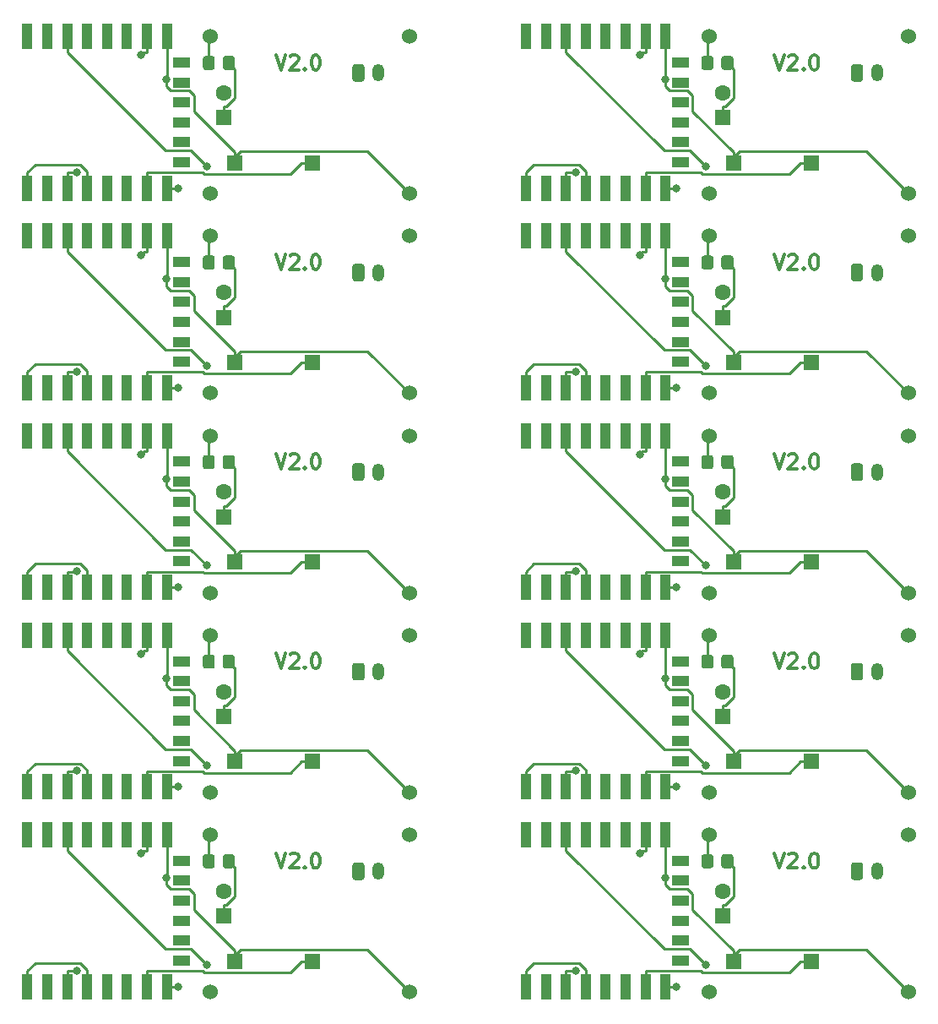
<source format=gbr>
%TF.GenerationSoftware,KiCad,Pcbnew,(5.1.9)-1*%
%TF.CreationDate,2021-05-04T22:29:10+02:00*%
%TF.ProjectId,DOORSENSOR_Simple_9V,444f4f52-5345-44e5-934f-525f53696d70,rev?*%
%TF.SameCoordinates,Original*%
%TF.FileFunction,Copper,L1,Top*%
%TF.FilePolarity,Positive*%
%FSLAX46Y46*%
G04 Gerber Fmt 4.6, Leading zero omitted, Abs format (unit mm)*
G04 Created by KiCad (PCBNEW (5.1.9)-1) date 2021-05-04 22:29:10*
%MOMM*%
%LPD*%
G01*
G04 APERTURE LIST*
%TA.AperFunction,NonConductor*%
%ADD10C,0.300000*%
%TD*%
%TA.AperFunction,ComponentPad*%
%ADD11C,1.524000*%
%TD*%
%TA.AperFunction,ComponentPad*%
%ADD12O,1.200000X1.750000*%
%TD*%
%TA.AperFunction,SMDPad,CuDef*%
%ADD13R,1.000000X2.500000*%
%TD*%
%TA.AperFunction,SMDPad,CuDef*%
%ADD14R,1.800000X1.000000*%
%TD*%
%TA.AperFunction,ComponentPad*%
%ADD15R,1.600000X1.600000*%
%TD*%
%TA.AperFunction,ComponentPad*%
%ADD16C,1.600000*%
%TD*%
%TA.AperFunction,SMDPad,CuDef*%
%ADD17R,1.500000X1.500000*%
%TD*%
%TA.AperFunction,ViaPad*%
%ADD18C,0.800000*%
%TD*%
%TA.AperFunction,Conductor*%
%ADD19C,0.250000*%
%TD*%
G04 APERTURE END LIST*
D10*
X110714285Y-120178571D02*
X111214285Y-121678571D01*
X111714285Y-120178571D01*
X112142857Y-120321428D02*
X112214285Y-120250000D01*
X112357142Y-120178571D01*
X112714285Y-120178571D01*
X112857142Y-120250000D01*
X112928571Y-120321428D01*
X113000000Y-120464285D01*
X113000000Y-120607142D01*
X112928571Y-120821428D01*
X112071428Y-121678571D01*
X113000000Y-121678571D01*
X113642857Y-121535714D02*
X113714285Y-121607142D01*
X113642857Y-121678571D01*
X113571428Y-121607142D01*
X113642857Y-121535714D01*
X113642857Y-121678571D01*
X114642857Y-120178571D02*
X114785714Y-120178571D01*
X114928571Y-120250000D01*
X115000000Y-120321428D01*
X115071428Y-120464285D01*
X115142857Y-120750000D01*
X115142857Y-121107142D01*
X115071428Y-121392857D01*
X115000000Y-121535714D01*
X114928571Y-121607142D01*
X114785714Y-121678571D01*
X114642857Y-121678571D01*
X114500000Y-121607142D01*
X114428571Y-121535714D01*
X114357142Y-121392857D01*
X114285714Y-121107142D01*
X114285714Y-120750000D01*
X114357142Y-120464285D01*
X114428571Y-120321428D01*
X114500000Y-120250000D01*
X114642857Y-120178571D01*
X60714285Y-120178571D02*
X61214285Y-121678571D01*
X61714285Y-120178571D01*
X62142857Y-120321428D02*
X62214285Y-120250000D01*
X62357142Y-120178571D01*
X62714285Y-120178571D01*
X62857142Y-120250000D01*
X62928571Y-120321428D01*
X63000000Y-120464285D01*
X63000000Y-120607142D01*
X62928571Y-120821428D01*
X62071428Y-121678571D01*
X63000000Y-121678571D01*
X63642857Y-121535714D02*
X63714285Y-121607142D01*
X63642857Y-121678571D01*
X63571428Y-121607142D01*
X63642857Y-121535714D01*
X63642857Y-121678571D01*
X64642857Y-120178571D02*
X64785714Y-120178571D01*
X64928571Y-120250000D01*
X65000000Y-120321428D01*
X65071428Y-120464285D01*
X65142857Y-120750000D01*
X65142857Y-121107142D01*
X65071428Y-121392857D01*
X65000000Y-121535714D01*
X64928571Y-121607142D01*
X64785714Y-121678571D01*
X64642857Y-121678571D01*
X64500000Y-121607142D01*
X64428571Y-121535714D01*
X64357142Y-121392857D01*
X64285714Y-121107142D01*
X64285714Y-120750000D01*
X64357142Y-120464285D01*
X64428571Y-120321428D01*
X64500000Y-120250000D01*
X64642857Y-120178571D01*
X110714285Y-100178571D02*
X111214285Y-101678571D01*
X111714285Y-100178571D01*
X112142857Y-100321428D02*
X112214285Y-100250000D01*
X112357142Y-100178571D01*
X112714285Y-100178571D01*
X112857142Y-100250000D01*
X112928571Y-100321428D01*
X113000000Y-100464285D01*
X113000000Y-100607142D01*
X112928571Y-100821428D01*
X112071428Y-101678571D01*
X113000000Y-101678571D01*
X113642857Y-101535714D02*
X113714285Y-101607142D01*
X113642857Y-101678571D01*
X113571428Y-101607142D01*
X113642857Y-101535714D01*
X113642857Y-101678571D01*
X114642857Y-100178571D02*
X114785714Y-100178571D01*
X114928571Y-100250000D01*
X115000000Y-100321428D01*
X115071428Y-100464285D01*
X115142857Y-100750000D01*
X115142857Y-101107142D01*
X115071428Y-101392857D01*
X115000000Y-101535714D01*
X114928571Y-101607142D01*
X114785714Y-101678571D01*
X114642857Y-101678571D01*
X114500000Y-101607142D01*
X114428571Y-101535714D01*
X114357142Y-101392857D01*
X114285714Y-101107142D01*
X114285714Y-100750000D01*
X114357142Y-100464285D01*
X114428571Y-100321428D01*
X114500000Y-100250000D01*
X114642857Y-100178571D01*
X60714285Y-100178571D02*
X61214285Y-101678571D01*
X61714285Y-100178571D01*
X62142857Y-100321428D02*
X62214285Y-100250000D01*
X62357142Y-100178571D01*
X62714285Y-100178571D01*
X62857142Y-100250000D01*
X62928571Y-100321428D01*
X63000000Y-100464285D01*
X63000000Y-100607142D01*
X62928571Y-100821428D01*
X62071428Y-101678571D01*
X63000000Y-101678571D01*
X63642857Y-101535714D02*
X63714285Y-101607142D01*
X63642857Y-101678571D01*
X63571428Y-101607142D01*
X63642857Y-101535714D01*
X63642857Y-101678571D01*
X64642857Y-100178571D02*
X64785714Y-100178571D01*
X64928571Y-100250000D01*
X65000000Y-100321428D01*
X65071428Y-100464285D01*
X65142857Y-100750000D01*
X65142857Y-101107142D01*
X65071428Y-101392857D01*
X65000000Y-101535714D01*
X64928571Y-101607142D01*
X64785714Y-101678571D01*
X64642857Y-101678571D01*
X64500000Y-101607142D01*
X64428571Y-101535714D01*
X64357142Y-101392857D01*
X64285714Y-101107142D01*
X64285714Y-100750000D01*
X64357142Y-100464285D01*
X64428571Y-100321428D01*
X64500000Y-100250000D01*
X64642857Y-100178571D01*
X60714285Y-80178571D02*
X61214285Y-81678571D01*
X61714285Y-80178571D01*
X62142857Y-80321428D02*
X62214285Y-80250000D01*
X62357142Y-80178571D01*
X62714285Y-80178571D01*
X62857142Y-80250000D01*
X62928571Y-80321428D01*
X63000000Y-80464285D01*
X63000000Y-80607142D01*
X62928571Y-80821428D01*
X62071428Y-81678571D01*
X63000000Y-81678571D01*
X63642857Y-81535714D02*
X63714285Y-81607142D01*
X63642857Y-81678571D01*
X63571428Y-81607142D01*
X63642857Y-81535714D01*
X63642857Y-81678571D01*
X64642857Y-80178571D02*
X64785714Y-80178571D01*
X64928571Y-80250000D01*
X65000000Y-80321428D01*
X65071428Y-80464285D01*
X65142857Y-80750000D01*
X65142857Y-81107142D01*
X65071428Y-81392857D01*
X65000000Y-81535714D01*
X64928571Y-81607142D01*
X64785714Y-81678571D01*
X64642857Y-81678571D01*
X64500000Y-81607142D01*
X64428571Y-81535714D01*
X64357142Y-81392857D01*
X64285714Y-81107142D01*
X64285714Y-80750000D01*
X64357142Y-80464285D01*
X64428571Y-80321428D01*
X64500000Y-80250000D01*
X64642857Y-80178571D01*
X110714285Y-80178571D02*
X111214285Y-81678571D01*
X111714285Y-80178571D01*
X112142857Y-80321428D02*
X112214285Y-80250000D01*
X112357142Y-80178571D01*
X112714285Y-80178571D01*
X112857142Y-80250000D01*
X112928571Y-80321428D01*
X113000000Y-80464285D01*
X113000000Y-80607142D01*
X112928571Y-80821428D01*
X112071428Y-81678571D01*
X113000000Y-81678571D01*
X113642857Y-81535714D02*
X113714285Y-81607142D01*
X113642857Y-81678571D01*
X113571428Y-81607142D01*
X113642857Y-81535714D01*
X113642857Y-81678571D01*
X114642857Y-80178571D02*
X114785714Y-80178571D01*
X114928571Y-80250000D01*
X115000000Y-80321428D01*
X115071428Y-80464285D01*
X115142857Y-80750000D01*
X115142857Y-81107142D01*
X115071428Y-81392857D01*
X115000000Y-81535714D01*
X114928571Y-81607142D01*
X114785714Y-81678571D01*
X114642857Y-81678571D01*
X114500000Y-81607142D01*
X114428571Y-81535714D01*
X114357142Y-81392857D01*
X114285714Y-81107142D01*
X114285714Y-80750000D01*
X114357142Y-80464285D01*
X114428571Y-80321428D01*
X114500000Y-80250000D01*
X114642857Y-80178571D01*
X60714285Y-60178571D02*
X61214285Y-61678571D01*
X61714285Y-60178571D01*
X62142857Y-60321428D02*
X62214285Y-60250000D01*
X62357142Y-60178571D01*
X62714285Y-60178571D01*
X62857142Y-60250000D01*
X62928571Y-60321428D01*
X63000000Y-60464285D01*
X63000000Y-60607142D01*
X62928571Y-60821428D01*
X62071428Y-61678571D01*
X63000000Y-61678571D01*
X63642857Y-61535714D02*
X63714285Y-61607142D01*
X63642857Y-61678571D01*
X63571428Y-61607142D01*
X63642857Y-61535714D01*
X63642857Y-61678571D01*
X64642857Y-60178571D02*
X64785714Y-60178571D01*
X64928571Y-60250000D01*
X65000000Y-60321428D01*
X65071428Y-60464285D01*
X65142857Y-60750000D01*
X65142857Y-61107142D01*
X65071428Y-61392857D01*
X65000000Y-61535714D01*
X64928571Y-61607142D01*
X64785714Y-61678571D01*
X64642857Y-61678571D01*
X64500000Y-61607142D01*
X64428571Y-61535714D01*
X64357142Y-61392857D01*
X64285714Y-61107142D01*
X64285714Y-60750000D01*
X64357142Y-60464285D01*
X64428571Y-60321428D01*
X64500000Y-60250000D01*
X64642857Y-60178571D01*
X110714285Y-60178571D02*
X111214285Y-61678571D01*
X111714285Y-60178571D01*
X112142857Y-60321428D02*
X112214285Y-60250000D01*
X112357142Y-60178571D01*
X112714285Y-60178571D01*
X112857142Y-60250000D01*
X112928571Y-60321428D01*
X113000000Y-60464285D01*
X113000000Y-60607142D01*
X112928571Y-60821428D01*
X112071428Y-61678571D01*
X113000000Y-61678571D01*
X113642857Y-61535714D02*
X113714285Y-61607142D01*
X113642857Y-61678571D01*
X113571428Y-61607142D01*
X113642857Y-61535714D01*
X113642857Y-61678571D01*
X114642857Y-60178571D02*
X114785714Y-60178571D01*
X114928571Y-60250000D01*
X115000000Y-60321428D01*
X115071428Y-60464285D01*
X115142857Y-60750000D01*
X115142857Y-61107142D01*
X115071428Y-61392857D01*
X115000000Y-61535714D01*
X114928571Y-61607142D01*
X114785714Y-61678571D01*
X114642857Y-61678571D01*
X114500000Y-61607142D01*
X114428571Y-61535714D01*
X114357142Y-61392857D01*
X114285714Y-61107142D01*
X114285714Y-60750000D01*
X114357142Y-60464285D01*
X114428571Y-60321428D01*
X114500000Y-60250000D01*
X114642857Y-60178571D01*
X110714285Y-40178571D02*
X111214285Y-41678571D01*
X111714285Y-40178571D01*
X112142857Y-40321428D02*
X112214285Y-40250000D01*
X112357142Y-40178571D01*
X112714285Y-40178571D01*
X112857142Y-40250000D01*
X112928571Y-40321428D01*
X113000000Y-40464285D01*
X113000000Y-40607142D01*
X112928571Y-40821428D01*
X112071428Y-41678571D01*
X113000000Y-41678571D01*
X113642857Y-41535714D02*
X113714285Y-41607142D01*
X113642857Y-41678571D01*
X113571428Y-41607142D01*
X113642857Y-41535714D01*
X113642857Y-41678571D01*
X114642857Y-40178571D02*
X114785714Y-40178571D01*
X114928571Y-40250000D01*
X115000000Y-40321428D01*
X115071428Y-40464285D01*
X115142857Y-40750000D01*
X115142857Y-41107142D01*
X115071428Y-41392857D01*
X115000000Y-41535714D01*
X114928571Y-41607142D01*
X114785714Y-41678571D01*
X114642857Y-41678571D01*
X114500000Y-41607142D01*
X114428571Y-41535714D01*
X114357142Y-41392857D01*
X114285714Y-41107142D01*
X114285714Y-40750000D01*
X114357142Y-40464285D01*
X114428571Y-40321428D01*
X114500000Y-40250000D01*
X114642857Y-40178571D01*
X60714285Y-40178571D02*
X61214285Y-41678571D01*
X61714285Y-40178571D01*
X62142857Y-40321428D02*
X62214285Y-40250000D01*
X62357142Y-40178571D01*
X62714285Y-40178571D01*
X62857142Y-40250000D01*
X62928571Y-40321428D01*
X63000000Y-40464285D01*
X63000000Y-40607142D01*
X62928571Y-40821428D01*
X62071428Y-41678571D01*
X63000000Y-41678571D01*
X63642857Y-41535714D02*
X63714285Y-41607142D01*
X63642857Y-41678571D01*
X63571428Y-41607142D01*
X63642857Y-41535714D01*
X63642857Y-41678571D01*
X64642857Y-40178571D02*
X64785714Y-40178571D01*
X64928571Y-40250000D01*
X65000000Y-40321428D01*
X65071428Y-40464285D01*
X65142857Y-40750000D01*
X65142857Y-41107142D01*
X65071428Y-41392857D01*
X65000000Y-41535714D01*
X64928571Y-41607142D01*
X64785714Y-41678571D01*
X64642857Y-41678571D01*
X64500000Y-41607142D01*
X64428571Y-41535714D01*
X64357142Y-41392857D01*
X64285714Y-41107142D01*
X64285714Y-40750000D01*
X64357142Y-40464285D01*
X64428571Y-40321428D01*
X64500000Y-40250000D01*
X64642857Y-40178571D01*
D11*
%TO.P,SW2,1*%
%TO.N,Net-(SW2-Pad1)*%
X104150000Y-134100000D03*
%TO.P,SW2,2*%
%TO.N,Net-(Q1-Pad3)*%
X124150000Y-134100000D03*
%TD*%
%TO.P,SW1,1*%
%TO.N,Net-(J1-Pad2)*%
X74150000Y-118350000D03*
%TO.P,SW1,2*%
%TO.N,Net-(R3-Pad1)*%
X54150000Y-118350000D03*
%TD*%
%TO.P,J1,1*%
%TO.N,GND*%
%TA.AperFunction,ComponentPad*%
G36*
G01*
X68400000Y-122625001D02*
X68400000Y-121374999D01*
G75*
G02*
X68649999Y-121125000I249999J0D01*
G01*
X69350001Y-121125000D01*
G75*
G02*
X69600000Y-121374999I0J-249999D01*
G01*
X69600000Y-122625001D01*
G75*
G02*
X69350001Y-122875000I-249999J0D01*
G01*
X68649999Y-122875000D01*
G75*
G02*
X68400000Y-122625001I0J249999D01*
G01*
G37*
%TD.AperFunction*%
D12*
%TO.P,J1,2*%
%TO.N,Net-(J1-Pad2)*%
X71000000Y-122000000D03*
%TD*%
%TO.P,R3,2*%
%TO.N,Net-(C1-Pad1)*%
%TA.AperFunction,SMDPad,CuDef*%
G36*
G01*
X105400000Y-121450001D02*
X105400000Y-120549999D01*
G75*
G02*
X105649999Y-120300000I249999J0D01*
G01*
X106350001Y-120300000D01*
G75*
G02*
X106600000Y-120549999I0J-249999D01*
G01*
X106600000Y-121450001D01*
G75*
G02*
X106350001Y-121700000I-249999J0D01*
G01*
X105649999Y-121700000D01*
G75*
G02*
X105400000Y-121450001I0J249999D01*
G01*
G37*
%TD.AperFunction*%
%TO.P,R3,1*%
%TO.N,Net-(R3-Pad1)*%
%TA.AperFunction,SMDPad,CuDef*%
G36*
G01*
X103400000Y-121450001D02*
X103400000Y-120549999D01*
G75*
G02*
X103649999Y-120300000I249999J0D01*
G01*
X104350001Y-120300000D01*
G75*
G02*
X104600000Y-120549999I0J-249999D01*
G01*
X104600000Y-121450001D01*
G75*
G02*
X104350001Y-121700000I-249999J0D01*
G01*
X103649999Y-121700000D01*
G75*
G02*
X103400000Y-121450001I0J249999D01*
G01*
G37*
%TD.AperFunction*%
%TD*%
D11*
%TO.P,SW1,2*%
%TO.N,Net-(R3-Pad1)*%
X104150000Y-118350000D03*
%TO.P,SW1,1*%
%TO.N,Net-(J1-Pad2)*%
X124150000Y-118350000D03*
%TD*%
%TO.P,SW2,2*%
%TO.N,Net-(Q1-Pad3)*%
X74150000Y-134100000D03*
%TO.P,SW2,1*%
%TO.N,Net-(SW2-Pad1)*%
X54150000Y-134100000D03*
%TD*%
D13*
%TO.P,U2,22*%
%TO.N,Net-(U2-Pad22)*%
X85800000Y-118350000D03*
%TO.P,U2,21*%
%TO.N,Net-(U2-Pad21)*%
X87800000Y-118350000D03*
%TO.P,U2,20*%
%TO.N,Net-(SW2-Pad1)*%
X89800000Y-118350000D03*
%TO.P,U2,19*%
%TO.N,Net-(U2-Pad19)*%
X91800000Y-118350000D03*
%TO.P,U2,18*%
%TO.N,Net-(U2-Pad18)*%
X93800000Y-118350000D03*
%TO.P,U2,17*%
%TO.N,Net-(U2-Pad17)*%
X95800000Y-118350000D03*
%TO.P,U2,16*%
%TO.N,Net-(R2-Pad1)*%
X97800000Y-118350000D03*
%TO.P,U2,15*%
%TO.N,Net-(Q1-Pad3)*%
X99800000Y-118350000D03*
D14*
%TO.P,U2,14*%
%TO.N,Net-(U2-Pad14)*%
X101300000Y-120950000D03*
%TO.P,U2,13*%
%TO.N,Net-(U2-Pad13)*%
X101300000Y-122950000D03*
%TO.P,U2,12*%
%TO.N,Net-(U2-Pad12)*%
X101300000Y-124950000D03*
%TO.P,U2,11*%
%TO.N,Net-(U2-Pad11)*%
X101300000Y-126950000D03*
%TO.P,U2,10*%
%TO.N,Net-(U2-Pad10)*%
X101300000Y-128950000D03*
%TO.P,U2,9*%
%TO.N,Net-(U2-Pad9)*%
X101300000Y-130950000D03*
D13*
%TO.P,U2,8*%
%TO.N,+3V3*%
X99800000Y-133550000D03*
%TO.P,U2,7*%
%TO.N,Net-(SW3-Pad1)*%
X97800000Y-133550000D03*
%TO.P,U2,6*%
%TO.N,Net-(U2-Pad6)*%
X95800000Y-133550000D03*
%TO.P,U2,5*%
%TO.N,Net-(U2-Pad5)*%
X93800000Y-133550000D03*
%TO.P,U2,4*%
%TO.N,Net-(U2-Pad1)*%
X91800000Y-133550000D03*
%TO.P,U2,3*%
%TO.N,+3V3*%
X89800000Y-133550000D03*
%TO.P,U2,2*%
%TO.N,Net-(U2-Pad2)*%
X87800000Y-133550000D03*
%TO.P,U2,1*%
%TO.N,Net-(U2-Pad1)*%
X85800000Y-133550000D03*
%TD*%
%TO.P,U2,1*%
%TO.N,Net-(U2-Pad1)*%
X35800000Y-133550000D03*
%TO.P,U2,2*%
%TO.N,Net-(U2-Pad2)*%
X37800000Y-133550000D03*
%TO.P,U2,3*%
%TO.N,+3V3*%
X39800000Y-133550000D03*
%TO.P,U2,4*%
%TO.N,Net-(U2-Pad1)*%
X41800000Y-133550000D03*
%TO.P,U2,5*%
%TO.N,Net-(U2-Pad5)*%
X43800000Y-133550000D03*
%TO.P,U2,6*%
%TO.N,Net-(U2-Pad6)*%
X45800000Y-133550000D03*
%TO.P,U2,7*%
%TO.N,Net-(SW3-Pad1)*%
X47800000Y-133550000D03*
%TO.P,U2,8*%
%TO.N,+3V3*%
X49800000Y-133550000D03*
D14*
%TO.P,U2,9*%
%TO.N,Net-(U2-Pad9)*%
X51300000Y-130950000D03*
%TO.P,U2,10*%
%TO.N,Net-(U2-Pad10)*%
X51300000Y-128950000D03*
%TO.P,U2,11*%
%TO.N,Net-(U2-Pad11)*%
X51300000Y-126950000D03*
%TO.P,U2,12*%
%TO.N,Net-(U2-Pad12)*%
X51300000Y-124950000D03*
%TO.P,U2,13*%
%TO.N,Net-(U2-Pad13)*%
X51300000Y-122950000D03*
%TO.P,U2,14*%
%TO.N,Net-(U2-Pad14)*%
X51300000Y-120950000D03*
D13*
%TO.P,U2,15*%
%TO.N,Net-(Q1-Pad3)*%
X49800000Y-118350000D03*
%TO.P,U2,16*%
%TO.N,Net-(R2-Pad1)*%
X47800000Y-118350000D03*
%TO.P,U2,17*%
%TO.N,Net-(U2-Pad17)*%
X45800000Y-118350000D03*
%TO.P,U2,18*%
%TO.N,Net-(U2-Pad18)*%
X43800000Y-118350000D03*
%TO.P,U2,19*%
%TO.N,Net-(U2-Pad19)*%
X41800000Y-118350000D03*
%TO.P,U2,20*%
%TO.N,Net-(SW2-Pad1)*%
X39800000Y-118350000D03*
%TO.P,U2,21*%
%TO.N,Net-(U2-Pad21)*%
X37800000Y-118350000D03*
%TO.P,U2,22*%
%TO.N,Net-(U2-Pad22)*%
X35800000Y-118350000D03*
%TD*%
D15*
%TO.P,C1,1*%
%TO.N,Net-(C1-Pad1)*%
X105500000Y-126500000D03*
D16*
%TO.P,C1,2*%
%TO.N,GND*%
X105500000Y-124000000D03*
%TD*%
%TO.P,C1,2*%
%TO.N,GND*%
X55500000Y-124000000D03*
D15*
%TO.P,C1,1*%
%TO.N,Net-(C1-Pad1)*%
X55500000Y-126500000D03*
%TD*%
D17*
%TO.P,SW3,1*%
%TO.N,Net-(SW3-Pad1)*%
X64400000Y-131000000D03*
%TO.P,SW3,2*%
%TO.N,Net-(Q1-Pad3)*%
X56600000Y-131000000D03*
%TD*%
%TO.P,R3,1*%
%TO.N,Net-(R3-Pad1)*%
%TA.AperFunction,SMDPad,CuDef*%
G36*
G01*
X53400000Y-121450001D02*
X53400000Y-120549999D01*
G75*
G02*
X53649999Y-120300000I249999J0D01*
G01*
X54350001Y-120300000D01*
G75*
G02*
X54600000Y-120549999I0J-249999D01*
G01*
X54600000Y-121450001D01*
G75*
G02*
X54350001Y-121700000I-249999J0D01*
G01*
X53649999Y-121700000D01*
G75*
G02*
X53400000Y-121450001I0J249999D01*
G01*
G37*
%TD.AperFunction*%
%TO.P,R3,2*%
%TO.N,Net-(C1-Pad1)*%
%TA.AperFunction,SMDPad,CuDef*%
G36*
G01*
X55400000Y-121450001D02*
X55400000Y-120549999D01*
G75*
G02*
X55649999Y-120300000I249999J0D01*
G01*
X56350001Y-120300000D01*
G75*
G02*
X56600000Y-120549999I0J-249999D01*
G01*
X56600000Y-121450001D01*
G75*
G02*
X56350001Y-121700000I-249999J0D01*
G01*
X55649999Y-121700000D01*
G75*
G02*
X55400000Y-121450001I0J249999D01*
G01*
G37*
%TD.AperFunction*%
%TD*%
%TO.P,SW3,2*%
%TO.N,Net-(Q1-Pad3)*%
X106600000Y-131000000D03*
%TO.P,SW3,1*%
%TO.N,Net-(SW3-Pad1)*%
X114400000Y-131000000D03*
%TD*%
D12*
%TO.P,J1,2*%
%TO.N,Net-(J1-Pad2)*%
X121000000Y-122000000D03*
%TO.P,J1,1*%
%TO.N,GND*%
%TA.AperFunction,ComponentPad*%
G36*
G01*
X118400000Y-122625001D02*
X118400000Y-121374999D01*
G75*
G02*
X118649999Y-121125000I249999J0D01*
G01*
X119350001Y-121125000D01*
G75*
G02*
X119600000Y-121374999I0J-249999D01*
G01*
X119600000Y-122625001D01*
G75*
G02*
X119350001Y-122875000I-249999J0D01*
G01*
X118649999Y-122875000D01*
G75*
G02*
X118400000Y-122625001I0J249999D01*
G01*
G37*
%TD.AperFunction*%
%TD*%
%TO.P,R3,2*%
%TO.N,Net-(C1-Pad1)*%
%TA.AperFunction,SMDPad,CuDef*%
G36*
G01*
X55400000Y-101450001D02*
X55400000Y-100549999D01*
G75*
G02*
X55649999Y-100300000I249999J0D01*
G01*
X56350001Y-100300000D01*
G75*
G02*
X56600000Y-100549999I0J-249999D01*
G01*
X56600000Y-101450001D01*
G75*
G02*
X56350001Y-101700000I-249999J0D01*
G01*
X55649999Y-101700000D01*
G75*
G02*
X55400000Y-101450001I0J249999D01*
G01*
G37*
%TD.AperFunction*%
%TO.P,R3,1*%
%TO.N,Net-(R3-Pad1)*%
%TA.AperFunction,SMDPad,CuDef*%
G36*
G01*
X53400000Y-101450001D02*
X53400000Y-100549999D01*
G75*
G02*
X53649999Y-100300000I249999J0D01*
G01*
X54350001Y-100300000D01*
G75*
G02*
X54600000Y-100549999I0J-249999D01*
G01*
X54600000Y-101450001D01*
G75*
G02*
X54350001Y-101700000I-249999J0D01*
G01*
X53649999Y-101700000D01*
G75*
G02*
X53400000Y-101450001I0J249999D01*
G01*
G37*
%TD.AperFunction*%
%TD*%
%TO.P,J1,1*%
%TO.N,GND*%
%TA.AperFunction,ComponentPad*%
G36*
G01*
X118400000Y-102625001D02*
X118400000Y-101374999D01*
G75*
G02*
X118649999Y-101125000I249999J0D01*
G01*
X119350001Y-101125000D01*
G75*
G02*
X119600000Y-101374999I0J-249999D01*
G01*
X119600000Y-102625001D01*
G75*
G02*
X119350001Y-102875000I-249999J0D01*
G01*
X118649999Y-102875000D01*
G75*
G02*
X118400000Y-102625001I0J249999D01*
G01*
G37*
%TD.AperFunction*%
%TO.P,J1,2*%
%TO.N,Net-(J1-Pad2)*%
X121000000Y-102000000D03*
%TD*%
D17*
%TO.P,SW3,1*%
%TO.N,Net-(SW3-Pad1)*%
X114400000Y-111000000D03*
%TO.P,SW3,2*%
%TO.N,Net-(Q1-Pad3)*%
X106600000Y-111000000D03*
%TD*%
D11*
%TO.P,SW2,2*%
%TO.N,Net-(Q1-Pad3)*%
X124150000Y-114100000D03*
%TO.P,SW2,1*%
%TO.N,Net-(SW2-Pad1)*%
X104150000Y-114100000D03*
%TD*%
%TO.P,SW1,2*%
%TO.N,Net-(R3-Pad1)*%
X54150000Y-98350000D03*
%TO.P,SW1,1*%
%TO.N,Net-(J1-Pad2)*%
X74150000Y-98350000D03*
%TD*%
D12*
%TO.P,J1,2*%
%TO.N,Net-(J1-Pad2)*%
X71000000Y-102000000D03*
%TO.P,J1,1*%
%TO.N,GND*%
%TA.AperFunction,ComponentPad*%
G36*
G01*
X68400000Y-102625001D02*
X68400000Y-101374999D01*
G75*
G02*
X68649999Y-101125000I249999J0D01*
G01*
X69350001Y-101125000D01*
G75*
G02*
X69600000Y-101374999I0J-249999D01*
G01*
X69600000Y-102625001D01*
G75*
G02*
X69350001Y-102875000I-249999J0D01*
G01*
X68649999Y-102875000D01*
G75*
G02*
X68400000Y-102625001I0J249999D01*
G01*
G37*
%TD.AperFunction*%
%TD*%
%TO.P,R3,1*%
%TO.N,Net-(R3-Pad1)*%
%TA.AperFunction,SMDPad,CuDef*%
G36*
G01*
X103400000Y-101450001D02*
X103400000Y-100549999D01*
G75*
G02*
X103649999Y-100300000I249999J0D01*
G01*
X104350001Y-100300000D01*
G75*
G02*
X104600000Y-100549999I0J-249999D01*
G01*
X104600000Y-101450001D01*
G75*
G02*
X104350001Y-101700000I-249999J0D01*
G01*
X103649999Y-101700000D01*
G75*
G02*
X103400000Y-101450001I0J249999D01*
G01*
G37*
%TD.AperFunction*%
%TO.P,R3,2*%
%TO.N,Net-(C1-Pad1)*%
%TA.AperFunction,SMDPad,CuDef*%
G36*
G01*
X105400000Y-101450001D02*
X105400000Y-100549999D01*
G75*
G02*
X105649999Y-100300000I249999J0D01*
G01*
X106350001Y-100300000D01*
G75*
G02*
X106600000Y-100549999I0J-249999D01*
G01*
X106600000Y-101450001D01*
G75*
G02*
X106350001Y-101700000I-249999J0D01*
G01*
X105649999Y-101700000D01*
G75*
G02*
X105400000Y-101450001I0J249999D01*
G01*
G37*
%TD.AperFunction*%
%TD*%
D11*
%TO.P,SW2,1*%
%TO.N,Net-(SW2-Pad1)*%
X54150000Y-114100000D03*
%TO.P,SW2,2*%
%TO.N,Net-(Q1-Pad3)*%
X74150000Y-114100000D03*
%TD*%
D13*
%TO.P,U2,1*%
%TO.N,Net-(U2-Pad1)*%
X85800000Y-113550000D03*
%TO.P,U2,2*%
%TO.N,Net-(U2-Pad2)*%
X87800000Y-113550000D03*
%TO.P,U2,3*%
%TO.N,+3V3*%
X89800000Y-113550000D03*
%TO.P,U2,4*%
%TO.N,Net-(U2-Pad1)*%
X91800000Y-113550000D03*
%TO.P,U2,5*%
%TO.N,Net-(U2-Pad5)*%
X93800000Y-113550000D03*
%TO.P,U2,6*%
%TO.N,Net-(U2-Pad6)*%
X95800000Y-113550000D03*
%TO.P,U2,7*%
%TO.N,Net-(SW3-Pad1)*%
X97800000Y-113550000D03*
%TO.P,U2,8*%
%TO.N,+3V3*%
X99800000Y-113550000D03*
D14*
%TO.P,U2,9*%
%TO.N,Net-(U2-Pad9)*%
X101300000Y-110950000D03*
%TO.P,U2,10*%
%TO.N,Net-(U2-Pad10)*%
X101300000Y-108950000D03*
%TO.P,U2,11*%
%TO.N,Net-(U2-Pad11)*%
X101300000Y-106950000D03*
%TO.P,U2,12*%
%TO.N,Net-(U2-Pad12)*%
X101300000Y-104950000D03*
%TO.P,U2,13*%
%TO.N,Net-(U2-Pad13)*%
X101300000Y-102950000D03*
%TO.P,U2,14*%
%TO.N,Net-(U2-Pad14)*%
X101300000Y-100950000D03*
D13*
%TO.P,U2,15*%
%TO.N,Net-(Q1-Pad3)*%
X99800000Y-98350000D03*
%TO.P,U2,16*%
%TO.N,Net-(R2-Pad1)*%
X97800000Y-98350000D03*
%TO.P,U2,17*%
%TO.N,Net-(U2-Pad17)*%
X95800000Y-98350000D03*
%TO.P,U2,18*%
%TO.N,Net-(U2-Pad18)*%
X93800000Y-98350000D03*
%TO.P,U2,19*%
%TO.N,Net-(U2-Pad19)*%
X91800000Y-98350000D03*
%TO.P,U2,20*%
%TO.N,Net-(SW2-Pad1)*%
X89800000Y-98350000D03*
%TO.P,U2,21*%
%TO.N,Net-(U2-Pad21)*%
X87800000Y-98350000D03*
%TO.P,U2,22*%
%TO.N,Net-(U2-Pad22)*%
X85800000Y-98350000D03*
%TD*%
D16*
%TO.P,C1,2*%
%TO.N,GND*%
X105500000Y-104000000D03*
D15*
%TO.P,C1,1*%
%TO.N,Net-(C1-Pad1)*%
X105500000Y-106500000D03*
%TD*%
D11*
%TO.P,SW1,1*%
%TO.N,Net-(J1-Pad2)*%
X124150000Y-98350000D03*
%TO.P,SW1,2*%
%TO.N,Net-(R3-Pad1)*%
X104150000Y-98350000D03*
%TD*%
D17*
%TO.P,SW3,2*%
%TO.N,Net-(Q1-Pad3)*%
X56600000Y-111000000D03*
%TO.P,SW3,1*%
%TO.N,Net-(SW3-Pad1)*%
X64400000Y-111000000D03*
%TD*%
D15*
%TO.P,C1,1*%
%TO.N,Net-(C1-Pad1)*%
X55500000Y-106500000D03*
D16*
%TO.P,C1,2*%
%TO.N,GND*%
X55500000Y-104000000D03*
%TD*%
D13*
%TO.P,U2,22*%
%TO.N,Net-(U2-Pad22)*%
X35800000Y-98350000D03*
%TO.P,U2,21*%
%TO.N,Net-(U2-Pad21)*%
X37800000Y-98350000D03*
%TO.P,U2,20*%
%TO.N,Net-(SW2-Pad1)*%
X39800000Y-98350000D03*
%TO.P,U2,19*%
%TO.N,Net-(U2-Pad19)*%
X41800000Y-98350000D03*
%TO.P,U2,18*%
%TO.N,Net-(U2-Pad18)*%
X43800000Y-98350000D03*
%TO.P,U2,17*%
%TO.N,Net-(U2-Pad17)*%
X45800000Y-98350000D03*
%TO.P,U2,16*%
%TO.N,Net-(R2-Pad1)*%
X47800000Y-98350000D03*
%TO.P,U2,15*%
%TO.N,Net-(Q1-Pad3)*%
X49800000Y-98350000D03*
D14*
%TO.P,U2,14*%
%TO.N,Net-(U2-Pad14)*%
X51300000Y-100950000D03*
%TO.P,U2,13*%
%TO.N,Net-(U2-Pad13)*%
X51300000Y-102950000D03*
%TO.P,U2,12*%
%TO.N,Net-(U2-Pad12)*%
X51300000Y-104950000D03*
%TO.P,U2,11*%
%TO.N,Net-(U2-Pad11)*%
X51300000Y-106950000D03*
%TO.P,U2,10*%
%TO.N,Net-(U2-Pad10)*%
X51300000Y-108950000D03*
%TO.P,U2,9*%
%TO.N,Net-(U2-Pad9)*%
X51300000Y-110950000D03*
D13*
%TO.P,U2,8*%
%TO.N,+3V3*%
X49800000Y-113550000D03*
%TO.P,U2,7*%
%TO.N,Net-(SW3-Pad1)*%
X47800000Y-113550000D03*
%TO.P,U2,6*%
%TO.N,Net-(U2-Pad6)*%
X45800000Y-113550000D03*
%TO.P,U2,5*%
%TO.N,Net-(U2-Pad5)*%
X43800000Y-113550000D03*
%TO.P,U2,4*%
%TO.N,Net-(U2-Pad1)*%
X41800000Y-113550000D03*
%TO.P,U2,3*%
%TO.N,+3V3*%
X39800000Y-113550000D03*
%TO.P,U2,2*%
%TO.N,Net-(U2-Pad2)*%
X37800000Y-113550000D03*
%TO.P,U2,1*%
%TO.N,Net-(U2-Pad1)*%
X35800000Y-113550000D03*
%TD*%
D12*
%TO.P,J1,2*%
%TO.N,Net-(J1-Pad2)*%
X121000000Y-82000000D03*
%TO.P,J1,1*%
%TO.N,GND*%
%TA.AperFunction,ComponentPad*%
G36*
G01*
X118400000Y-82625001D02*
X118400000Y-81374999D01*
G75*
G02*
X118649999Y-81125000I249999J0D01*
G01*
X119350001Y-81125000D01*
G75*
G02*
X119600000Y-81374999I0J-249999D01*
G01*
X119600000Y-82625001D01*
G75*
G02*
X119350001Y-82875000I-249999J0D01*
G01*
X118649999Y-82875000D01*
G75*
G02*
X118400000Y-82625001I0J249999D01*
G01*
G37*
%TD.AperFunction*%
%TD*%
D17*
%TO.P,SW3,2*%
%TO.N,Net-(Q1-Pad3)*%
X106600000Y-91000000D03*
%TO.P,SW3,1*%
%TO.N,Net-(SW3-Pad1)*%
X114400000Y-91000000D03*
%TD*%
%TO.P,R3,1*%
%TO.N,Net-(R3-Pad1)*%
%TA.AperFunction,SMDPad,CuDef*%
G36*
G01*
X53400000Y-81450001D02*
X53400000Y-80549999D01*
G75*
G02*
X53649999Y-80300000I249999J0D01*
G01*
X54350001Y-80300000D01*
G75*
G02*
X54600000Y-80549999I0J-249999D01*
G01*
X54600000Y-81450001D01*
G75*
G02*
X54350001Y-81700000I-249999J0D01*
G01*
X53649999Y-81700000D01*
G75*
G02*
X53400000Y-81450001I0J249999D01*
G01*
G37*
%TD.AperFunction*%
%TO.P,R3,2*%
%TO.N,Net-(C1-Pad1)*%
%TA.AperFunction,SMDPad,CuDef*%
G36*
G01*
X55400000Y-81450001D02*
X55400000Y-80549999D01*
G75*
G02*
X55649999Y-80300000I249999J0D01*
G01*
X56350001Y-80300000D01*
G75*
G02*
X56600000Y-80549999I0J-249999D01*
G01*
X56600000Y-81450001D01*
G75*
G02*
X56350001Y-81700000I-249999J0D01*
G01*
X55649999Y-81700000D01*
G75*
G02*
X55400000Y-81450001I0J249999D01*
G01*
G37*
%TD.AperFunction*%
%TD*%
D13*
%TO.P,U2,22*%
%TO.N,Net-(U2-Pad22)*%
X85800000Y-78350000D03*
%TO.P,U2,21*%
%TO.N,Net-(U2-Pad21)*%
X87800000Y-78350000D03*
%TO.P,U2,20*%
%TO.N,Net-(SW2-Pad1)*%
X89800000Y-78350000D03*
%TO.P,U2,19*%
%TO.N,Net-(U2-Pad19)*%
X91800000Y-78350000D03*
%TO.P,U2,18*%
%TO.N,Net-(U2-Pad18)*%
X93800000Y-78350000D03*
%TO.P,U2,17*%
%TO.N,Net-(U2-Pad17)*%
X95800000Y-78350000D03*
%TO.P,U2,16*%
%TO.N,Net-(R2-Pad1)*%
X97800000Y-78350000D03*
%TO.P,U2,15*%
%TO.N,Net-(Q1-Pad3)*%
X99800000Y-78350000D03*
D14*
%TO.P,U2,14*%
%TO.N,Net-(U2-Pad14)*%
X101300000Y-80950000D03*
%TO.P,U2,13*%
%TO.N,Net-(U2-Pad13)*%
X101300000Y-82950000D03*
%TO.P,U2,12*%
%TO.N,Net-(U2-Pad12)*%
X101300000Y-84950000D03*
%TO.P,U2,11*%
%TO.N,Net-(U2-Pad11)*%
X101300000Y-86950000D03*
%TO.P,U2,10*%
%TO.N,Net-(U2-Pad10)*%
X101300000Y-88950000D03*
%TO.P,U2,9*%
%TO.N,Net-(U2-Pad9)*%
X101300000Y-90950000D03*
D13*
%TO.P,U2,8*%
%TO.N,+3V3*%
X99800000Y-93550000D03*
%TO.P,U2,7*%
%TO.N,Net-(SW3-Pad1)*%
X97800000Y-93550000D03*
%TO.P,U2,6*%
%TO.N,Net-(U2-Pad6)*%
X95800000Y-93550000D03*
%TO.P,U2,5*%
%TO.N,Net-(U2-Pad5)*%
X93800000Y-93550000D03*
%TO.P,U2,4*%
%TO.N,Net-(U2-Pad1)*%
X91800000Y-93550000D03*
%TO.P,U2,3*%
%TO.N,+3V3*%
X89800000Y-93550000D03*
%TO.P,U2,2*%
%TO.N,Net-(U2-Pad2)*%
X87800000Y-93550000D03*
%TO.P,U2,1*%
%TO.N,Net-(U2-Pad1)*%
X85800000Y-93550000D03*
%TD*%
D11*
%TO.P,SW1,1*%
%TO.N,Net-(J1-Pad2)*%
X74150000Y-78350000D03*
%TO.P,SW1,2*%
%TO.N,Net-(R3-Pad1)*%
X54150000Y-78350000D03*
%TD*%
D15*
%TO.P,C1,1*%
%TO.N,Net-(C1-Pad1)*%
X105500000Y-86500000D03*
D16*
%TO.P,C1,2*%
%TO.N,GND*%
X105500000Y-84000000D03*
%TD*%
%TO.P,R3,2*%
%TO.N,Net-(C1-Pad1)*%
%TA.AperFunction,SMDPad,CuDef*%
G36*
G01*
X105400000Y-81450001D02*
X105400000Y-80549999D01*
G75*
G02*
X105649999Y-80300000I249999J0D01*
G01*
X106350001Y-80300000D01*
G75*
G02*
X106600000Y-80549999I0J-249999D01*
G01*
X106600000Y-81450001D01*
G75*
G02*
X106350001Y-81700000I-249999J0D01*
G01*
X105649999Y-81700000D01*
G75*
G02*
X105400000Y-81450001I0J249999D01*
G01*
G37*
%TD.AperFunction*%
%TO.P,R3,1*%
%TO.N,Net-(R3-Pad1)*%
%TA.AperFunction,SMDPad,CuDef*%
G36*
G01*
X103400000Y-81450001D02*
X103400000Y-80549999D01*
G75*
G02*
X103649999Y-80300000I249999J0D01*
G01*
X104350001Y-80300000D01*
G75*
G02*
X104600000Y-80549999I0J-249999D01*
G01*
X104600000Y-81450001D01*
G75*
G02*
X104350001Y-81700000I-249999J0D01*
G01*
X103649999Y-81700000D01*
G75*
G02*
X103400000Y-81450001I0J249999D01*
G01*
G37*
%TD.AperFunction*%
%TD*%
%TO.P,J1,1*%
%TO.N,GND*%
%TA.AperFunction,ComponentPad*%
G36*
G01*
X68400000Y-82625001D02*
X68400000Y-81374999D01*
G75*
G02*
X68649999Y-81125000I249999J0D01*
G01*
X69350001Y-81125000D01*
G75*
G02*
X69600000Y-81374999I0J-249999D01*
G01*
X69600000Y-82625001D01*
G75*
G02*
X69350001Y-82875000I-249999J0D01*
G01*
X68649999Y-82875000D01*
G75*
G02*
X68400000Y-82625001I0J249999D01*
G01*
G37*
%TD.AperFunction*%
D12*
%TO.P,J1,2*%
%TO.N,Net-(J1-Pad2)*%
X71000000Y-82000000D03*
%TD*%
D11*
%TO.P,SW2,1*%
%TO.N,Net-(SW2-Pad1)*%
X104150000Y-94100000D03*
%TO.P,SW2,2*%
%TO.N,Net-(Q1-Pad3)*%
X124150000Y-94100000D03*
%TD*%
%TO.P,SW1,2*%
%TO.N,Net-(R3-Pad1)*%
X104150000Y-78350000D03*
%TO.P,SW1,1*%
%TO.N,Net-(J1-Pad2)*%
X124150000Y-78350000D03*
%TD*%
%TO.P,SW2,2*%
%TO.N,Net-(Q1-Pad3)*%
X74150000Y-94100000D03*
%TO.P,SW2,1*%
%TO.N,Net-(SW2-Pad1)*%
X54150000Y-94100000D03*
%TD*%
D17*
%TO.P,SW3,1*%
%TO.N,Net-(SW3-Pad1)*%
X64400000Y-91000000D03*
%TO.P,SW3,2*%
%TO.N,Net-(Q1-Pad3)*%
X56600000Y-91000000D03*
%TD*%
D16*
%TO.P,C1,2*%
%TO.N,GND*%
X55500000Y-84000000D03*
D15*
%TO.P,C1,1*%
%TO.N,Net-(C1-Pad1)*%
X55500000Y-86500000D03*
%TD*%
D13*
%TO.P,U2,1*%
%TO.N,Net-(U2-Pad1)*%
X35800000Y-93550000D03*
%TO.P,U2,2*%
%TO.N,Net-(U2-Pad2)*%
X37800000Y-93550000D03*
%TO.P,U2,3*%
%TO.N,+3V3*%
X39800000Y-93550000D03*
%TO.P,U2,4*%
%TO.N,Net-(U2-Pad1)*%
X41800000Y-93550000D03*
%TO.P,U2,5*%
%TO.N,Net-(U2-Pad5)*%
X43800000Y-93550000D03*
%TO.P,U2,6*%
%TO.N,Net-(U2-Pad6)*%
X45800000Y-93550000D03*
%TO.P,U2,7*%
%TO.N,Net-(SW3-Pad1)*%
X47800000Y-93550000D03*
%TO.P,U2,8*%
%TO.N,+3V3*%
X49800000Y-93550000D03*
D14*
%TO.P,U2,9*%
%TO.N,Net-(U2-Pad9)*%
X51300000Y-90950000D03*
%TO.P,U2,10*%
%TO.N,Net-(U2-Pad10)*%
X51300000Y-88950000D03*
%TO.P,U2,11*%
%TO.N,Net-(U2-Pad11)*%
X51300000Y-86950000D03*
%TO.P,U2,12*%
%TO.N,Net-(U2-Pad12)*%
X51300000Y-84950000D03*
%TO.P,U2,13*%
%TO.N,Net-(U2-Pad13)*%
X51300000Y-82950000D03*
%TO.P,U2,14*%
%TO.N,Net-(U2-Pad14)*%
X51300000Y-80950000D03*
D13*
%TO.P,U2,15*%
%TO.N,Net-(Q1-Pad3)*%
X49800000Y-78350000D03*
%TO.P,U2,16*%
%TO.N,Net-(R2-Pad1)*%
X47800000Y-78350000D03*
%TO.P,U2,17*%
%TO.N,Net-(U2-Pad17)*%
X45800000Y-78350000D03*
%TO.P,U2,18*%
%TO.N,Net-(U2-Pad18)*%
X43800000Y-78350000D03*
%TO.P,U2,19*%
%TO.N,Net-(U2-Pad19)*%
X41800000Y-78350000D03*
%TO.P,U2,20*%
%TO.N,Net-(SW2-Pad1)*%
X39800000Y-78350000D03*
%TO.P,U2,21*%
%TO.N,Net-(U2-Pad21)*%
X37800000Y-78350000D03*
%TO.P,U2,22*%
%TO.N,Net-(U2-Pad22)*%
X35800000Y-78350000D03*
%TD*%
D11*
%TO.P,SW1,1*%
%TO.N,Net-(J1-Pad2)*%
X124150000Y-58350000D03*
%TO.P,SW1,2*%
%TO.N,Net-(R3-Pad1)*%
X104150000Y-58350000D03*
%TD*%
%TO.P,J1,1*%
%TO.N,GND*%
%TA.AperFunction,ComponentPad*%
G36*
G01*
X118400000Y-62625001D02*
X118400000Y-61374999D01*
G75*
G02*
X118649999Y-61125000I249999J0D01*
G01*
X119350001Y-61125000D01*
G75*
G02*
X119600000Y-61374999I0J-249999D01*
G01*
X119600000Y-62625001D01*
G75*
G02*
X119350001Y-62875000I-249999J0D01*
G01*
X118649999Y-62875000D01*
G75*
G02*
X118400000Y-62625001I0J249999D01*
G01*
G37*
%TD.AperFunction*%
D12*
%TO.P,J1,2*%
%TO.N,Net-(J1-Pad2)*%
X121000000Y-62000000D03*
%TD*%
D16*
%TO.P,C1,2*%
%TO.N,GND*%
X105500000Y-64000000D03*
D15*
%TO.P,C1,1*%
%TO.N,Net-(C1-Pad1)*%
X105500000Y-66500000D03*
%TD*%
D11*
%TO.P,SW2,2*%
%TO.N,Net-(Q1-Pad3)*%
X124150000Y-74100000D03*
%TO.P,SW2,1*%
%TO.N,Net-(SW2-Pad1)*%
X104150000Y-74100000D03*
%TD*%
D17*
%TO.P,SW3,1*%
%TO.N,Net-(SW3-Pad1)*%
X114400000Y-71000000D03*
%TO.P,SW3,2*%
%TO.N,Net-(Q1-Pad3)*%
X106600000Y-71000000D03*
%TD*%
%TO.P,R3,2*%
%TO.N,Net-(C1-Pad1)*%
%TA.AperFunction,SMDPad,CuDef*%
G36*
G01*
X55400000Y-61450001D02*
X55400000Y-60549999D01*
G75*
G02*
X55649999Y-60300000I249999J0D01*
G01*
X56350001Y-60300000D01*
G75*
G02*
X56600000Y-60549999I0J-249999D01*
G01*
X56600000Y-61450001D01*
G75*
G02*
X56350001Y-61700000I-249999J0D01*
G01*
X55649999Y-61700000D01*
G75*
G02*
X55400000Y-61450001I0J249999D01*
G01*
G37*
%TD.AperFunction*%
%TO.P,R3,1*%
%TO.N,Net-(R3-Pad1)*%
%TA.AperFunction,SMDPad,CuDef*%
G36*
G01*
X53400000Y-61450001D02*
X53400000Y-60549999D01*
G75*
G02*
X53649999Y-60300000I249999J0D01*
G01*
X54350001Y-60300000D01*
G75*
G02*
X54600000Y-60549999I0J-249999D01*
G01*
X54600000Y-61450001D01*
G75*
G02*
X54350001Y-61700000I-249999J0D01*
G01*
X53649999Y-61700000D01*
G75*
G02*
X53400000Y-61450001I0J249999D01*
G01*
G37*
%TD.AperFunction*%
%TD*%
D13*
%TO.P,U2,1*%
%TO.N,Net-(U2-Pad1)*%
X85800000Y-73550000D03*
%TO.P,U2,2*%
%TO.N,Net-(U2-Pad2)*%
X87800000Y-73550000D03*
%TO.P,U2,3*%
%TO.N,+3V3*%
X89800000Y-73550000D03*
%TO.P,U2,4*%
%TO.N,Net-(U2-Pad1)*%
X91800000Y-73550000D03*
%TO.P,U2,5*%
%TO.N,Net-(U2-Pad5)*%
X93800000Y-73550000D03*
%TO.P,U2,6*%
%TO.N,Net-(U2-Pad6)*%
X95800000Y-73550000D03*
%TO.P,U2,7*%
%TO.N,Net-(SW3-Pad1)*%
X97800000Y-73550000D03*
%TO.P,U2,8*%
%TO.N,+3V3*%
X99800000Y-73550000D03*
D14*
%TO.P,U2,9*%
%TO.N,Net-(U2-Pad9)*%
X101300000Y-70950000D03*
%TO.P,U2,10*%
%TO.N,Net-(U2-Pad10)*%
X101300000Y-68950000D03*
%TO.P,U2,11*%
%TO.N,Net-(U2-Pad11)*%
X101300000Y-66950000D03*
%TO.P,U2,12*%
%TO.N,Net-(U2-Pad12)*%
X101300000Y-64950000D03*
%TO.P,U2,13*%
%TO.N,Net-(U2-Pad13)*%
X101300000Y-62950000D03*
%TO.P,U2,14*%
%TO.N,Net-(U2-Pad14)*%
X101300000Y-60950000D03*
D13*
%TO.P,U2,15*%
%TO.N,Net-(Q1-Pad3)*%
X99800000Y-58350000D03*
%TO.P,U2,16*%
%TO.N,Net-(R2-Pad1)*%
X97800000Y-58350000D03*
%TO.P,U2,17*%
%TO.N,Net-(U2-Pad17)*%
X95800000Y-58350000D03*
%TO.P,U2,18*%
%TO.N,Net-(U2-Pad18)*%
X93800000Y-58350000D03*
%TO.P,U2,19*%
%TO.N,Net-(U2-Pad19)*%
X91800000Y-58350000D03*
%TO.P,U2,20*%
%TO.N,Net-(SW2-Pad1)*%
X89800000Y-58350000D03*
%TO.P,U2,21*%
%TO.N,Net-(U2-Pad21)*%
X87800000Y-58350000D03*
%TO.P,U2,22*%
%TO.N,Net-(U2-Pad22)*%
X85800000Y-58350000D03*
%TD*%
%TO.P,R3,1*%
%TO.N,Net-(R3-Pad1)*%
%TA.AperFunction,SMDPad,CuDef*%
G36*
G01*
X103400000Y-61450001D02*
X103400000Y-60549999D01*
G75*
G02*
X103649999Y-60300000I249999J0D01*
G01*
X104350001Y-60300000D01*
G75*
G02*
X104600000Y-60549999I0J-249999D01*
G01*
X104600000Y-61450001D01*
G75*
G02*
X104350001Y-61700000I-249999J0D01*
G01*
X103649999Y-61700000D01*
G75*
G02*
X103400000Y-61450001I0J249999D01*
G01*
G37*
%TD.AperFunction*%
%TO.P,R3,2*%
%TO.N,Net-(C1-Pad1)*%
%TA.AperFunction,SMDPad,CuDef*%
G36*
G01*
X105400000Y-61450001D02*
X105400000Y-60549999D01*
G75*
G02*
X105649999Y-60300000I249999J0D01*
G01*
X106350001Y-60300000D01*
G75*
G02*
X106600000Y-60549999I0J-249999D01*
G01*
X106600000Y-61450001D01*
G75*
G02*
X106350001Y-61700000I-249999J0D01*
G01*
X105649999Y-61700000D01*
G75*
G02*
X105400000Y-61450001I0J249999D01*
G01*
G37*
%TD.AperFunction*%
%TD*%
D11*
%TO.P,SW1,2*%
%TO.N,Net-(R3-Pad1)*%
X54150000Y-58350000D03*
%TO.P,SW1,1*%
%TO.N,Net-(J1-Pad2)*%
X74150000Y-58350000D03*
%TD*%
D12*
%TO.P,J1,2*%
%TO.N,Net-(J1-Pad2)*%
X71000000Y-62000000D03*
%TO.P,J1,1*%
%TO.N,GND*%
%TA.AperFunction,ComponentPad*%
G36*
G01*
X68400000Y-62625001D02*
X68400000Y-61374999D01*
G75*
G02*
X68649999Y-61125000I249999J0D01*
G01*
X69350001Y-61125000D01*
G75*
G02*
X69600000Y-61374999I0J-249999D01*
G01*
X69600000Y-62625001D01*
G75*
G02*
X69350001Y-62875000I-249999J0D01*
G01*
X68649999Y-62875000D01*
G75*
G02*
X68400000Y-62625001I0J249999D01*
G01*
G37*
%TD.AperFunction*%
%TD*%
D15*
%TO.P,C1,1*%
%TO.N,Net-(C1-Pad1)*%
X55500000Y-66500000D03*
D16*
%TO.P,C1,2*%
%TO.N,GND*%
X55500000Y-64000000D03*
%TD*%
D11*
%TO.P,SW2,1*%
%TO.N,Net-(SW2-Pad1)*%
X54150000Y-74100000D03*
%TO.P,SW2,2*%
%TO.N,Net-(Q1-Pad3)*%
X74150000Y-74100000D03*
%TD*%
D17*
%TO.P,SW3,2*%
%TO.N,Net-(Q1-Pad3)*%
X56600000Y-71000000D03*
%TO.P,SW3,1*%
%TO.N,Net-(SW3-Pad1)*%
X64400000Y-71000000D03*
%TD*%
D13*
%TO.P,U2,22*%
%TO.N,Net-(U2-Pad22)*%
X35800000Y-58350000D03*
%TO.P,U2,21*%
%TO.N,Net-(U2-Pad21)*%
X37800000Y-58350000D03*
%TO.P,U2,20*%
%TO.N,Net-(SW2-Pad1)*%
X39800000Y-58350000D03*
%TO.P,U2,19*%
%TO.N,Net-(U2-Pad19)*%
X41800000Y-58350000D03*
%TO.P,U2,18*%
%TO.N,Net-(U2-Pad18)*%
X43800000Y-58350000D03*
%TO.P,U2,17*%
%TO.N,Net-(U2-Pad17)*%
X45800000Y-58350000D03*
%TO.P,U2,16*%
%TO.N,Net-(R2-Pad1)*%
X47800000Y-58350000D03*
%TO.P,U2,15*%
%TO.N,Net-(Q1-Pad3)*%
X49800000Y-58350000D03*
D14*
%TO.P,U2,14*%
%TO.N,Net-(U2-Pad14)*%
X51300000Y-60950000D03*
%TO.P,U2,13*%
%TO.N,Net-(U2-Pad13)*%
X51300000Y-62950000D03*
%TO.P,U2,12*%
%TO.N,Net-(U2-Pad12)*%
X51300000Y-64950000D03*
%TO.P,U2,11*%
%TO.N,Net-(U2-Pad11)*%
X51300000Y-66950000D03*
%TO.P,U2,10*%
%TO.N,Net-(U2-Pad10)*%
X51300000Y-68950000D03*
%TO.P,U2,9*%
%TO.N,Net-(U2-Pad9)*%
X51300000Y-70950000D03*
D13*
%TO.P,U2,8*%
%TO.N,+3V3*%
X49800000Y-73550000D03*
%TO.P,U2,7*%
%TO.N,Net-(SW3-Pad1)*%
X47800000Y-73550000D03*
%TO.P,U2,6*%
%TO.N,Net-(U2-Pad6)*%
X45800000Y-73550000D03*
%TO.P,U2,5*%
%TO.N,Net-(U2-Pad5)*%
X43800000Y-73550000D03*
%TO.P,U2,4*%
%TO.N,Net-(U2-Pad1)*%
X41800000Y-73550000D03*
%TO.P,U2,3*%
%TO.N,+3V3*%
X39800000Y-73550000D03*
%TO.P,U2,2*%
%TO.N,Net-(U2-Pad2)*%
X37800000Y-73550000D03*
%TO.P,U2,1*%
%TO.N,Net-(U2-Pad1)*%
X35800000Y-73550000D03*
%TD*%
%TO.P,R3,2*%
%TO.N,Net-(C1-Pad1)*%
%TA.AperFunction,SMDPad,CuDef*%
G36*
G01*
X105400000Y-41450001D02*
X105400000Y-40549999D01*
G75*
G02*
X105649999Y-40300000I249999J0D01*
G01*
X106350001Y-40300000D01*
G75*
G02*
X106600000Y-40549999I0J-249999D01*
G01*
X106600000Y-41450001D01*
G75*
G02*
X106350001Y-41700000I-249999J0D01*
G01*
X105649999Y-41700000D01*
G75*
G02*
X105400000Y-41450001I0J249999D01*
G01*
G37*
%TD.AperFunction*%
%TO.P,R3,1*%
%TO.N,Net-(R3-Pad1)*%
%TA.AperFunction,SMDPad,CuDef*%
G36*
G01*
X103400000Y-41450001D02*
X103400000Y-40549999D01*
G75*
G02*
X103649999Y-40300000I249999J0D01*
G01*
X104350001Y-40300000D01*
G75*
G02*
X104600000Y-40549999I0J-249999D01*
G01*
X104600000Y-41450001D01*
G75*
G02*
X104350001Y-41700000I-249999J0D01*
G01*
X103649999Y-41700000D01*
G75*
G02*
X103400000Y-41450001I0J249999D01*
G01*
G37*
%TD.AperFunction*%
%TD*%
D11*
%TO.P,SW1,2*%
%TO.N,Net-(R3-Pad1)*%
X104150000Y-38350000D03*
%TO.P,SW1,1*%
%TO.N,Net-(J1-Pad2)*%
X124150000Y-38350000D03*
%TD*%
D12*
%TO.P,J1,2*%
%TO.N,Net-(J1-Pad2)*%
X121000000Y-42000000D03*
%TO.P,J1,1*%
%TO.N,GND*%
%TA.AperFunction,ComponentPad*%
G36*
G01*
X118400000Y-42625001D02*
X118400000Y-41374999D01*
G75*
G02*
X118649999Y-41125000I249999J0D01*
G01*
X119350001Y-41125000D01*
G75*
G02*
X119600000Y-41374999I0J-249999D01*
G01*
X119600000Y-42625001D01*
G75*
G02*
X119350001Y-42875000I-249999J0D01*
G01*
X118649999Y-42875000D01*
G75*
G02*
X118400000Y-42625001I0J249999D01*
G01*
G37*
%TD.AperFunction*%
%TD*%
D15*
%TO.P,C1,1*%
%TO.N,Net-(C1-Pad1)*%
X105500000Y-46500000D03*
D16*
%TO.P,C1,2*%
%TO.N,GND*%
X105500000Y-44000000D03*
%TD*%
D11*
%TO.P,SW2,1*%
%TO.N,Net-(SW2-Pad1)*%
X104150000Y-54100000D03*
%TO.P,SW2,2*%
%TO.N,Net-(Q1-Pad3)*%
X124150000Y-54100000D03*
%TD*%
D17*
%TO.P,SW3,2*%
%TO.N,Net-(Q1-Pad3)*%
X106600000Y-51000000D03*
%TO.P,SW3,1*%
%TO.N,Net-(SW3-Pad1)*%
X114400000Y-51000000D03*
%TD*%
D13*
%TO.P,U2,22*%
%TO.N,Net-(U2-Pad22)*%
X85800000Y-38350000D03*
%TO.P,U2,21*%
%TO.N,Net-(U2-Pad21)*%
X87800000Y-38350000D03*
%TO.P,U2,20*%
%TO.N,Net-(SW2-Pad1)*%
X89800000Y-38350000D03*
%TO.P,U2,19*%
%TO.N,Net-(U2-Pad19)*%
X91800000Y-38350000D03*
%TO.P,U2,18*%
%TO.N,Net-(U2-Pad18)*%
X93800000Y-38350000D03*
%TO.P,U2,17*%
%TO.N,Net-(U2-Pad17)*%
X95800000Y-38350000D03*
%TO.P,U2,16*%
%TO.N,Net-(R2-Pad1)*%
X97800000Y-38350000D03*
%TO.P,U2,15*%
%TO.N,Net-(Q1-Pad3)*%
X99800000Y-38350000D03*
D14*
%TO.P,U2,14*%
%TO.N,Net-(U2-Pad14)*%
X101300000Y-40950000D03*
%TO.P,U2,13*%
%TO.N,Net-(U2-Pad13)*%
X101300000Y-42950000D03*
%TO.P,U2,12*%
%TO.N,Net-(U2-Pad12)*%
X101300000Y-44950000D03*
%TO.P,U2,11*%
%TO.N,Net-(U2-Pad11)*%
X101300000Y-46950000D03*
%TO.P,U2,10*%
%TO.N,Net-(U2-Pad10)*%
X101300000Y-48950000D03*
%TO.P,U2,9*%
%TO.N,Net-(U2-Pad9)*%
X101300000Y-50950000D03*
D13*
%TO.P,U2,8*%
%TO.N,+3V3*%
X99800000Y-53550000D03*
%TO.P,U2,7*%
%TO.N,Net-(SW3-Pad1)*%
X97800000Y-53550000D03*
%TO.P,U2,6*%
%TO.N,Net-(U2-Pad6)*%
X95800000Y-53550000D03*
%TO.P,U2,5*%
%TO.N,Net-(U2-Pad5)*%
X93800000Y-53550000D03*
%TO.P,U2,4*%
%TO.N,Net-(U2-Pad1)*%
X91800000Y-53550000D03*
%TO.P,U2,3*%
%TO.N,+3V3*%
X89800000Y-53550000D03*
%TO.P,U2,2*%
%TO.N,Net-(U2-Pad2)*%
X87800000Y-53550000D03*
%TO.P,U2,1*%
%TO.N,Net-(U2-Pad1)*%
X85800000Y-53550000D03*
%TD*%
D16*
%TO.P,C1,2*%
%TO.N,GND*%
X55500000Y-44000000D03*
D15*
%TO.P,C1,1*%
%TO.N,Net-(C1-Pad1)*%
X55500000Y-46500000D03*
%TD*%
%TO.P,J1,1*%
%TO.N,GND*%
%TA.AperFunction,ComponentPad*%
G36*
G01*
X68400000Y-42625001D02*
X68400000Y-41374999D01*
G75*
G02*
X68649999Y-41125000I249999J0D01*
G01*
X69350001Y-41125000D01*
G75*
G02*
X69600000Y-41374999I0J-249999D01*
G01*
X69600000Y-42625001D01*
G75*
G02*
X69350001Y-42875000I-249999J0D01*
G01*
X68649999Y-42875000D01*
G75*
G02*
X68400000Y-42625001I0J249999D01*
G01*
G37*
%TD.AperFunction*%
D12*
%TO.P,J1,2*%
%TO.N,Net-(J1-Pad2)*%
X71000000Y-42000000D03*
%TD*%
D11*
%TO.P,SW1,1*%
%TO.N,Net-(J1-Pad2)*%
X74150000Y-38350000D03*
%TO.P,SW1,2*%
%TO.N,Net-(R3-Pad1)*%
X54150000Y-38350000D03*
%TD*%
%TO.P,SW2,2*%
%TO.N,Net-(Q1-Pad3)*%
X74150000Y-54100000D03*
%TO.P,SW2,1*%
%TO.N,Net-(SW2-Pad1)*%
X54150000Y-54100000D03*
%TD*%
D17*
%TO.P,SW3,1*%
%TO.N,Net-(SW3-Pad1)*%
X64400000Y-51000000D03*
%TO.P,SW3,2*%
%TO.N,Net-(Q1-Pad3)*%
X56600000Y-51000000D03*
%TD*%
D13*
%TO.P,U2,1*%
%TO.N,Net-(U2-Pad1)*%
X35800000Y-53550000D03*
%TO.P,U2,2*%
%TO.N,Net-(U2-Pad2)*%
X37800000Y-53550000D03*
%TO.P,U2,3*%
%TO.N,+3V3*%
X39800000Y-53550000D03*
%TO.P,U2,4*%
%TO.N,Net-(U2-Pad1)*%
X41800000Y-53550000D03*
%TO.P,U2,5*%
%TO.N,Net-(U2-Pad5)*%
X43800000Y-53550000D03*
%TO.P,U2,6*%
%TO.N,Net-(U2-Pad6)*%
X45800000Y-53550000D03*
%TO.P,U2,7*%
%TO.N,Net-(SW3-Pad1)*%
X47800000Y-53550000D03*
%TO.P,U2,8*%
%TO.N,+3V3*%
X49800000Y-53550000D03*
D14*
%TO.P,U2,9*%
%TO.N,Net-(U2-Pad9)*%
X51300000Y-50950000D03*
%TO.P,U2,10*%
%TO.N,Net-(U2-Pad10)*%
X51300000Y-48950000D03*
%TO.P,U2,11*%
%TO.N,Net-(U2-Pad11)*%
X51300000Y-46950000D03*
%TO.P,U2,12*%
%TO.N,Net-(U2-Pad12)*%
X51300000Y-44950000D03*
%TO.P,U2,13*%
%TO.N,Net-(U2-Pad13)*%
X51300000Y-42950000D03*
%TO.P,U2,14*%
%TO.N,Net-(U2-Pad14)*%
X51300000Y-40950000D03*
D13*
%TO.P,U2,15*%
%TO.N,Net-(Q1-Pad3)*%
X49800000Y-38350000D03*
%TO.P,U2,16*%
%TO.N,Net-(R2-Pad1)*%
X47800000Y-38350000D03*
%TO.P,U2,17*%
%TO.N,Net-(U2-Pad17)*%
X45800000Y-38350000D03*
%TO.P,U2,18*%
%TO.N,Net-(U2-Pad18)*%
X43800000Y-38350000D03*
%TO.P,U2,19*%
%TO.N,Net-(U2-Pad19)*%
X41800000Y-38350000D03*
%TO.P,U2,20*%
%TO.N,Net-(SW2-Pad1)*%
X39800000Y-38350000D03*
%TO.P,U2,21*%
%TO.N,Net-(U2-Pad21)*%
X37800000Y-38350000D03*
%TO.P,U2,22*%
%TO.N,Net-(U2-Pad22)*%
X35800000Y-38350000D03*
%TD*%
%TO.P,R3,1*%
%TO.N,Net-(R3-Pad1)*%
%TA.AperFunction,SMDPad,CuDef*%
G36*
G01*
X53400000Y-41450001D02*
X53400000Y-40549999D01*
G75*
G02*
X53649999Y-40300000I249999J0D01*
G01*
X54350001Y-40300000D01*
G75*
G02*
X54600000Y-40549999I0J-249999D01*
G01*
X54600000Y-41450001D01*
G75*
G02*
X54350001Y-41700000I-249999J0D01*
G01*
X53649999Y-41700000D01*
G75*
G02*
X53400000Y-41450001I0J249999D01*
G01*
G37*
%TD.AperFunction*%
%TO.P,R3,2*%
%TO.N,Net-(C1-Pad1)*%
%TA.AperFunction,SMDPad,CuDef*%
G36*
G01*
X55400000Y-41450001D02*
X55400000Y-40549999D01*
G75*
G02*
X55649999Y-40300000I249999J0D01*
G01*
X56350001Y-40300000D01*
G75*
G02*
X56600000Y-40549999I0J-249999D01*
G01*
X56600000Y-41450001D01*
G75*
G02*
X56350001Y-41700000I-249999J0D01*
G01*
X55649999Y-41700000D01*
G75*
G02*
X55400000Y-41450001I0J249999D01*
G01*
G37*
%TD.AperFunction*%
%TD*%
D18*
%TO.N,+3V3*%
X50909500Y-53550000D03*
X40802200Y-51935900D03*
X100909500Y-53550000D03*
X90802200Y-51935900D03*
X100909500Y-73550000D03*
X90802200Y-71935900D03*
X50909500Y-73550000D03*
X40802200Y-71935900D03*
X40802200Y-91935900D03*
X100909500Y-93550000D03*
X50909500Y-93550000D03*
X90802200Y-91935900D03*
X40802200Y-111935900D03*
X100909500Y-113550000D03*
X50909500Y-113550000D03*
X90802200Y-111935900D03*
X40802200Y-131935900D03*
X100909500Y-133550000D03*
X50909500Y-133550000D03*
X90802200Y-131935900D03*
%TO.N,Net-(Q1-Pad3)*%
X49775500Y-42665000D03*
X99775500Y-42665000D03*
X99775500Y-62665000D03*
X49775500Y-62665000D03*
X49775500Y-82665000D03*
X99775500Y-82665000D03*
X99775500Y-102665000D03*
X49775500Y-102665000D03*
X99775500Y-122665000D03*
X49775500Y-122665000D03*
%TO.N,Net-(R2-Pad1)*%
X47218600Y-40222000D03*
X97218600Y-40222000D03*
X97218600Y-60222000D03*
X47218600Y-60222000D03*
X47218600Y-80222000D03*
X97218600Y-80222000D03*
X47218600Y-100222000D03*
X97218600Y-100222000D03*
X47218600Y-120222000D03*
X97218600Y-120222000D03*
%TO.N,Net-(SW2-Pad1)*%
X53805400Y-51357800D03*
X103805400Y-51357800D03*
X103805400Y-71357800D03*
X53805400Y-71357800D03*
X53805400Y-91357800D03*
X103805400Y-91357800D03*
X53805400Y-111357800D03*
X103805400Y-111357800D03*
X53805400Y-131357800D03*
X103805400Y-131357800D03*
%TD*%
D19*
%TO.N,Net-(C1-Pad1)*%
X55500000Y-46500000D02*
X55500000Y-45374700D01*
X56000000Y-41000000D02*
X56625300Y-41625300D01*
X56625300Y-41625300D02*
X56625300Y-44530800D01*
X56625300Y-44530800D02*
X55781400Y-45374700D01*
X55781400Y-45374700D02*
X55500000Y-45374700D01*
X106625300Y-44530800D02*
X105781400Y-45374700D01*
X105500000Y-46500000D02*
X105500000Y-45374700D01*
X106625300Y-41625300D02*
X106625300Y-44530800D01*
X106000000Y-41000000D02*
X106625300Y-41625300D01*
X105781400Y-45374700D02*
X105500000Y-45374700D01*
X106625300Y-64530800D02*
X105781400Y-65374700D01*
X105500000Y-66500000D02*
X105500000Y-65374700D01*
X106000000Y-61000000D02*
X106625300Y-61625300D01*
X106625300Y-61625300D02*
X106625300Y-64530800D01*
X105781400Y-65374700D02*
X105500000Y-65374700D01*
X56625300Y-64530800D02*
X55781400Y-65374700D01*
X55500000Y-66500000D02*
X55500000Y-65374700D01*
X56625300Y-61625300D02*
X56625300Y-64530800D01*
X56000000Y-61000000D02*
X56625300Y-61625300D01*
X55781400Y-65374700D02*
X55500000Y-65374700D01*
X106625300Y-84530800D02*
X105781400Y-85374700D01*
X105500000Y-86500000D02*
X105500000Y-85374700D01*
X106000000Y-81000000D02*
X106625300Y-81625300D01*
X56625300Y-84530800D02*
X55781400Y-85374700D01*
X106625300Y-81625300D02*
X106625300Y-84530800D01*
X105781400Y-85374700D02*
X105500000Y-85374700D01*
X55500000Y-86500000D02*
X55500000Y-85374700D01*
X56000000Y-81000000D02*
X56625300Y-81625300D01*
X56625300Y-81625300D02*
X56625300Y-84530800D01*
X55781400Y-85374700D02*
X55500000Y-85374700D01*
X106625300Y-104530800D02*
X105781400Y-105374700D01*
X105500000Y-106500000D02*
X105500000Y-105374700D01*
X106000000Y-101000000D02*
X106625300Y-101625300D01*
X56625300Y-104530800D02*
X55781400Y-105374700D01*
X106625300Y-101625300D02*
X106625300Y-104530800D01*
X55500000Y-106500000D02*
X55500000Y-105374700D01*
X105781400Y-105374700D02*
X105500000Y-105374700D01*
X56000000Y-101000000D02*
X56625300Y-101625300D01*
X55781400Y-105374700D02*
X55500000Y-105374700D01*
X56625300Y-101625300D02*
X56625300Y-104530800D01*
X105500000Y-126500000D02*
X105500000Y-125374700D01*
X106000000Y-121000000D02*
X106625300Y-121625300D01*
X106625300Y-124530800D02*
X105781400Y-125374700D01*
X55500000Y-126500000D02*
X55500000Y-125374700D01*
X106625300Y-121625300D02*
X106625300Y-124530800D01*
X56625300Y-124530800D02*
X55781400Y-125374700D01*
X105781400Y-125374700D02*
X105500000Y-125374700D01*
X56000000Y-121000000D02*
X56625300Y-121625300D01*
X56625300Y-121625300D02*
X56625300Y-124530800D01*
X55781400Y-125374700D02*
X55500000Y-125374700D01*
%TO.N,+3V3*%
X49800000Y-53550000D02*
X50909500Y-53550000D01*
X39800000Y-51974700D02*
X40763400Y-51974700D01*
X40763400Y-51974700D02*
X40802200Y-51935900D01*
X39800000Y-53550000D02*
X39800000Y-51974700D01*
X99800000Y-53550000D02*
X100909500Y-53550000D01*
X90763400Y-51974700D02*
X90802200Y-51935900D01*
X89800000Y-51974700D02*
X90763400Y-51974700D01*
X89800000Y-53550000D02*
X89800000Y-51974700D01*
X99800000Y-73550000D02*
X100909500Y-73550000D01*
X90763400Y-71974700D02*
X90802200Y-71935900D01*
X89800000Y-73550000D02*
X89800000Y-71974700D01*
X89800000Y-71974700D02*
X90763400Y-71974700D01*
X49800000Y-73550000D02*
X50909500Y-73550000D01*
X40763400Y-71974700D02*
X40802200Y-71935900D01*
X39800000Y-71974700D02*
X40763400Y-71974700D01*
X39800000Y-73550000D02*
X39800000Y-71974700D01*
X90763400Y-91974700D02*
X90802200Y-91935900D01*
X89800000Y-93550000D02*
X89800000Y-91974700D01*
X89800000Y-91974700D02*
X90763400Y-91974700D01*
X99800000Y-93550000D02*
X100909500Y-93550000D01*
X40763400Y-91974700D02*
X40802200Y-91935900D01*
X49800000Y-93550000D02*
X50909500Y-93550000D01*
X39800000Y-93550000D02*
X39800000Y-91974700D01*
X39800000Y-91974700D02*
X40763400Y-91974700D01*
X90763400Y-111974700D02*
X90802200Y-111935900D01*
X89800000Y-113550000D02*
X89800000Y-111974700D01*
X89800000Y-111974700D02*
X90763400Y-111974700D01*
X99800000Y-113550000D02*
X100909500Y-113550000D01*
X40763400Y-111974700D02*
X40802200Y-111935900D01*
X49800000Y-113550000D02*
X50909500Y-113550000D01*
X39800000Y-113550000D02*
X39800000Y-111974700D01*
X39800000Y-111974700D02*
X40763400Y-111974700D01*
X90763400Y-131974700D02*
X90802200Y-131935900D01*
X89800000Y-133550000D02*
X89800000Y-131974700D01*
X89800000Y-131974700D02*
X90763400Y-131974700D01*
X40763400Y-131974700D02*
X40802200Y-131935900D01*
X49800000Y-133550000D02*
X50909500Y-133550000D01*
X99800000Y-133550000D02*
X100909500Y-133550000D01*
X39800000Y-131974700D02*
X40763400Y-131974700D01*
X39800000Y-133550000D02*
X39800000Y-131974700D01*
%TO.N,Net-(Q1-Pad3)*%
X56600000Y-50462400D02*
X57188800Y-49873600D01*
X57188800Y-49873600D02*
X69923600Y-49873600D01*
X69923600Y-49873600D02*
X74150000Y-54100000D01*
X56600000Y-50462400D02*
X56600000Y-49924700D01*
X56600000Y-51000000D02*
X56600000Y-50462400D01*
X49779600Y-42665000D02*
X49779600Y-43359100D01*
X49779600Y-43359100D02*
X50195900Y-43775400D01*
X50195900Y-43775400D02*
X52015900Y-43775400D01*
X52015900Y-43775400D02*
X52525400Y-44284900D01*
X52525400Y-44284900D02*
X52525400Y-45850100D01*
X52525400Y-45850100D02*
X56600000Y-49924700D01*
X49779600Y-42665000D02*
X49775500Y-42665000D01*
X49800000Y-39925300D02*
X49800000Y-42644600D01*
X49800000Y-42644600D02*
X49779600Y-42665000D01*
X49800000Y-38350000D02*
X49800000Y-39925300D01*
X106600000Y-50462400D02*
X107188800Y-49873600D01*
X107188800Y-49873600D02*
X119923600Y-49873600D01*
X106600000Y-50462400D02*
X106600000Y-49924700D01*
X106600000Y-51000000D02*
X106600000Y-50462400D01*
X99779600Y-42665000D02*
X99779600Y-43359100D01*
X119923600Y-49873600D02*
X124150000Y-54100000D01*
X99779600Y-43359100D02*
X100195900Y-43775400D01*
X100195900Y-43775400D02*
X102015900Y-43775400D01*
X102015900Y-43775400D02*
X102525400Y-44284900D01*
X102525400Y-45850100D02*
X106600000Y-49924700D01*
X99800000Y-38350000D02*
X99800000Y-39925300D01*
X99800000Y-39925300D02*
X99800000Y-42644600D01*
X102525400Y-44284900D02*
X102525400Y-45850100D01*
X99779600Y-42665000D02*
X99775500Y-42665000D01*
X99800000Y-42644600D02*
X99779600Y-42665000D01*
X99779600Y-62665000D02*
X99779600Y-63359100D01*
X102525400Y-64284900D02*
X102525400Y-65850100D01*
X99779600Y-62665000D02*
X99775500Y-62665000D01*
X106600000Y-70462400D02*
X106600000Y-69924700D01*
X99779600Y-63359100D02*
X100195900Y-63775400D01*
X107188800Y-69873600D02*
X119923600Y-69873600D01*
X106600000Y-71000000D02*
X106600000Y-70462400D01*
X102015900Y-63775400D02*
X102525400Y-64284900D01*
X119923600Y-69873600D02*
X124150000Y-74100000D01*
X106600000Y-70462400D02*
X107188800Y-69873600D01*
X99800000Y-58350000D02*
X99800000Y-59925300D01*
X102525400Y-65850100D02*
X106600000Y-69924700D01*
X100195900Y-63775400D02*
X102015900Y-63775400D01*
X99800000Y-59925300D02*
X99800000Y-62644600D01*
X99800000Y-62644600D02*
X99779600Y-62665000D01*
X56600000Y-70462400D02*
X57188800Y-69873600D01*
X57188800Y-69873600D02*
X69923600Y-69873600D01*
X56600000Y-70462400D02*
X56600000Y-69924700D01*
X56600000Y-71000000D02*
X56600000Y-70462400D01*
X49779600Y-62665000D02*
X49779600Y-63359100D01*
X69923600Y-69873600D02*
X74150000Y-74100000D01*
X49779600Y-63359100D02*
X50195900Y-63775400D01*
X50195900Y-63775400D02*
X52015900Y-63775400D01*
X52015900Y-63775400D02*
X52525400Y-64284900D01*
X52525400Y-65850100D02*
X56600000Y-69924700D01*
X49800000Y-58350000D02*
X49800000Y-59925300D01*
X49800000Y-59925300D02*
X49800000Y-62644600D01*
X52525400Y-64284900D02*
X52525400Y-65850100D01*
X49779600Y-62665000D02*
X49775500Y-62665000D01*
X49800000Y-62644600D02*
X49779600Y-62665000D01*
X99779600Y-83359100D02*
X100195900Y-83775400D01*
X107188800Y-89873600D02*
X119923600Y-89873600D01*
X106600000Y-90462400D02*
X107188800Y-89873600D01*
X99779600Y-82665000D02*
X99775500Y-82665000D01*
X106600000Y-90462400D02*
X106600000Y-89924700D01*
X99800000Y-78350000D02*
X99800000Y-79925300D01*
X106600000Y-91000000D02*
X106600000Y-90462400D01*
X102015900Y-83775400D02*
X102525400Y-84284900D01*
X99779600Y-82665000D02*
X99779600Y-83359100D01*
X102525400Y-84284900D02*
X102525400Y-85850100D01*
X102525400Y-85850100D02*
X106600000Y-89924700D01*
X100195900Y-83775400D02*
X102015900Y-83775400D01*
X119923600Y-89873600D02*
X124150000Y-94100000D01*
X56600000Y-90462400D02*
X57188800Y-89873600D01*
X57188800Y-89873600D02*
X69923600Y-89873600D01*
X56600000Y-90462400D02*
X56600000Y-89924700D01*
X56600000Y-91000000D02*
X56600000Y-90462400D01*
X49779600Y-82665000D02*
X49779600Y-83359100D01*
X99800000Y-82644600D02*
X99779600Y-82665000D01*
X99800000Y-79925300D02*
X99800000Y-82644600D01*
X49779600Y-82665000D02*
X49775500Y-82665000D01*
X52015900Y-83775400D02*
X52525400Y-84284900D01*
X52525400Y-85850100D02*
X56600000Y-89924700D01*
X49800000Y-82644600D02*
X49779600Y-82665000D01*
X49779600Y-83359100D02*
X50195900Y-83775400D01*
X49800000Y-79925300D02*
X49800000Y-82644600D01*
X50195900Y-83775400D02*
X52015900Y-83775400D01*
X52525400Y-84284900D02*
X52525400Y-85850100D01*
X69923600Y-89873600D02*
X74150000Y-94100000D01*
X49800000Y-78350000D02*
X49800000Y-79925300D01*
X99779600Y-103359100D02*
X100195900Y-103775400D01*
X107188800Y-109873600D02*
X119923600Y-109873600D01*
X106600000Y-110462400D02*
X107188800Y-109873600D01*
X99779600Y-102665000D02*
X99775500Y-102665000D01*
X102525400Y-104284900D02*
X102525400Y-105850100D01*
X99779600Y-102665000D02*
X99779600Y-103359100D01*
X102525400Y-105850100D02*
X106600000Y-109924700D01*
X106600000Y-111000000D02*
X106600000Y-110462400D01*
X100195900Y-103775400D02*
X102015900Y-103775400D01*
X56600000Y-110462400D02*
X57188800Y-109873600D01*
X56600000Y-110462400D02*
X56600000Y-109924700D01*
X106600000Y-110462400D02*
X106600000Y-109924700D01*
X102015900Y-103775400D02*
X102525400Y-104284900D01*
X119923600Y-109873600D02*
X124150000Y-114100000D01*
X49779600Y-102665000D02*
X49779600Y-103359100D01*
X57188800Y-109873600D02*
X69923600Y-109873600D01*
X99800000Y-98350000D02*
X99800000Y-99925300D01*
X56600000Y-111000000D02*
X56600000Y-110462400D01*
X99800000Y-102644600D02*
X99779600Y-102665000D01*
X49800000Y-102644600D02*
X49779600Y-102665000D01*
X99800000Y-99925300D02*
X99800000Y-102644600D01*
X49779600Y-102665000D02*
X49775500Y-102665000D01*
X52525400Y-105850100D02*
X56600000Y-109924700D01*
X52015900Y-103775400D02*
X52525400Y-104284900D01*
X49800000Y-98350000D02*
X49800000Y-99925300D01*
X50195900Y-103775400D02*
X52015900Y-103775400D01*
X69923600Y-109873600D02*
X74150000Y-114100000D01*
X49779600Y-103359100D02*
X50195900Y-103775400D01*
X52525400Y-104284900D02*
X52525400Y-105850100D01*
X49800000Y-99925300D02*
X49800000Y-102644600D01*
X107188800Y-129873600D02*
X119923600Y-129873600D01*
X102525400Y-125850100D02*
X106600000Y-129924700D01*
X99779600Y-123359100D02*
X100195900Y-123775400D01*
X99779600Y-122665000D02*
X99775500Y-122665000D01*
X102525400Y-124284900D02*
X102525400Y-125850100D01*
X106600000Y-130462400D02*
X107188800Y-129873600D01*
X99779600Y-122665000D02*
X99779600Y-123359100D01*
X106600000Y-131000000D02*
X106600000Y-130462400D01*
X102015900Y-123775400D02*
X102525400Y-124284900D01*
X56600000Y-130462400D02*
X57188800Y-129873600D01*
X119923600Y-129873600D02*
X124150000Y-134100000D01*
X99800000Y-118350000D02*
X99800000Y-119925300D01*
X57188800Y-129873600D02*
X69923600Y-129873600D01*
X106600000Y-130462400D02*
X106600000Y-129924700D01*
X100195900Y-123775400D02*
X102015900Y-123775400D01*
X99800000Y-122644600D02*
X99779600Y-122665000D01*
X49800000Y-122644600D02*
X49779600Y-122665000D01*
X56600000Y-130462400D02*
X56600000Y-129924700D01*
X56600000Y-131000000D02*
X56600000Y-130462400D01*
X49779600Y-122665000D02*
X49779600Y-123359100D01*
X69923600Y-129873600D02*
X74150000Y-134100000D01*
X52525400Y-125850100D02*
X56600000Y-129924700D01*
X52015900Y-123775400D02*
X52525400Y-124284900D01*
X99800000Y-119925300D02*
X99800000Y-122644600D01*
X50195900Y-123775400D02*
X52015900Y-123775400D01*
X49800000Y-118350000D02*
X49800000Y-119925300D01*
X49779600Y-122665000D02*
X49775500Y-122665000D01*
X52525400Y-124284900D02*
X52525400Y-125850100D01*
X49779600Y-123359100D02*
X50195900Y-123775400D01*
X49800000Y-119925300D02*
X49800000Y-122644600D01*
%TO.N,Net-(R2-Pad1)*%
X47800000Y-38350000D02*
X47800000Y-39925300D01*
X47800000Y-39925300D02*
X47515300Y-39925300D01*
X47515300Y-39925300D02*
X47218600Y-40222000D01*
X97515300Y-39925300D02*
X97218600Y-40222000D01*
X97800000Y-38350000D02*
X97800000Y-39925300D01*
X97800000Y-39925300D02*
X97515300Y-39925300D01*
X97515300Y-59925300D02*
X97218600Y-60222000D01*
X97800000Y-58350000D02*
X97800000Y-59925300D01*
X97800000Y-59925300D02*
X97515300Y-59925300D01*
X47515300Y-59925300D02*
X47218600Y-60222000D01*
X47800000Y-58350000D02*
X47800000Y-59925300D01*
X47800000Y-59925300D02*
X47515300Y-59925300D01*
X97515300Y-79925300D02*
X97218600Y-80222000D01*
X97800000Y-79925300D02*
X97515300Y-79925300D01*
X97800000Y-78350000D02*
X97800000Y-79925300D01*
X47800000Y-78350000D02*
X47800000Y-79925300D01*
X47515300Y-79925300D02*
X47218600Y-80222000D01*
X47800000Y-79925300D02*
X47515300Y-79925300D01*
X97515300Y-99925300D02*
X97218600Y-100222000D01*
X97800000Y-98350000D02*
X97800000Y-99925300D01*
X97800000Y-99925300D02*
X97515300Y-99925300D01*
X47515300Y-99925300D02*
X47218600Y-100222000D01*
X47800000Y-98350000D02*
X47800000Y-99925300D01*
X47800000Y-99925300D02*
X47515300Y-99925300D01*
X97800000Y-118350000D02*
X97800000Y-119925300D01*
X97515300Y-119925300D02*
X97218600Y-120222000D01*
X97800000Y-119925300D02*
X97515300Y-119925300D01*
X47515300Y-119925300D02*
X47218600Y-120222000D01*
X47800000Y-119925300D02*
X47515300Y-119925300D01*
X47800000Y-118350000D02*
X47800000Y-119925300D01*
%TO.N,Net-(SW2-Pad1)*%
X39800000Y-39925300D02*
X49650100Y-49775400D01*
X49650100Y-49775400D02*
X52223000Y-49775400D01*
X52223000Y-49775400D02*
X53805400Y-51357800D01*
X39800000Y-38350000D02*
X39800000Y-39925300D01*
X89800000Y-38350000D02*
X89800000Y-39925300D01*
X99650100Y-49775400D02*
X102223000Y-49775400D01*
X102223000Y-49775400D02*
X103805400Y-51357800D01*
X89800000Y-39925300D02*
X99650100Y-49775400D01*
X89800000Y-58350000D02*
X89800000Y-59925300D01*
X99650100Y-69775400D02*
X102223000Y-69775400D01*
X102223000Y-69775400D02*
X103805400Y-71357800D01*
X89800000Y-59925300D02*
X99650100Y-69775400D01*
X39800000Y-58350000D02*
X39800000Y-59925300D01*
X49650100Y-69775400D02*
X52223000Y-69775400D01*
X52223000Y-69775400D02*
X53805400Y-71357800D01*
X39800000Y-59925300D02*
X49650100Y-69775400D01*
X89800000Y-78350000D02*
X89800000Y-79925300D01*
X99650100Y-89775400D02*
X102223000Y-89775400D01*
X89800000Y-79925300D02*
X99650100Y-89775400D01*
X102223000Y-89775400D02*
X103805400Y-91357800D01*
X39800000Y-79925300D02*
X49650100Y-89775400D01*
X49650100Y-89775400D02*
X52223000Y-89775400D01*
X52223000Y-89775400D02*
X53805400Y-91357800D01*
X39800000Y-78350000D02*
X39800000Y-79925300D01*
X89800000Y-99925300D02*
X99650100Y-109775400D01*
X99650100Y-109775400D02*
X102223000Y-109775400D01*
X89800000Y-98350000D02*
X89800000Y-99925300D01*
X102223000Y-109775400D02*
X103805400Y-111357800D01*
X39800000Y-99925300D02*
X49650100Y-109775400D01*
X49650100Y-109775400D02*
X52223000Y-109775400D01*
X39800000Y-98350000D02*
X39800000Y-99925300D01*
X52223000Y-109775400D02*
X53805400Y-111357800D01*
X89800000Y-119925300D02*
X99650100Y-129775400D01*
X89800000Y-118350000D02*
X89800000Y-119925300D01*
X99650100Y-129775400D02*
X102223000Y-129775400D01*
X102223000Y-129775400D02*
X103805400Y-131357800D01*
X49650100Y-129775400D02*
X52223000Y-129775400D01*
X39800000Y-119925300D02*
X49650100Y-129775400D01*
X52223000Y-129775400D02*
X53805400Y-131357800D01*
X39800000Y-118350000D02*
X39800000Y-119925300D01*
%TO.N,Net-(SW3-Pad1)*%
X64400000Y-51000000D02*
X63324700Y-51000000D01*
X47800000Y-53550000D02*
X47800000Y-51974700D01*
X47800000Y-51974700D02*
X53360800Y-51974700D01*
X53360800Y-51974700D02*
X53520800Y-52134700D01*
X53520800Y-52134700D02*
X62190000Y-52134700D01*
X62190000Y-52134700D02*
X63324700Y-51000000D01*
X114400000Y-51000000D02*
X113324700Y-51000000D01*
X97800000Y-51974700D02*
X103360800Y-51974700D01*
X103520800Y-52134700D02*
X112190000Y-52134700D01*
X112190000Y-52134700D02*
X113324700Y-51000000D01*
X103360800Y-51974700D02*
X103520800Y-52134700D01*
X97800000Y-53550000D02*
X97800000Y-51974700D01*
X103520800Y-72134700D02*
X112190000Y-72134700D01*
X112190000Y-72134700D02*
X113324700Y-71000000D01*
X114400000Y-71000000D02*
X113324700Y-71000000D01*
X97800000Y-71974700D02*
X103360800Y-71974700D01*
X103360800Y-71974700D02*
X103520800Y-72134700D01*
X97800000Y-73550000D02*
X97800000Y-71974700D01*
X64400000Y-71000000D02*
X63324700Y-71000000D01*
X47800000Y-71974700D02*
X53360800Y-71974700D01*
X53520800Y-72134700D02*
X62190000Y-72134700D01*
X62190000Y-72134700D02*
X63324700Y-71000000D01*
X53360800Y-71974700D02*
X53520800Y-72134700D01*
X47800000Y-73550000D02*
X47800000Y-71974700D01*
X112190000Y-92134700D02*
X113324700Y-91000000D01*
X97800000Y-91974700D02*
X103360800Y-91974700D01*
X103520800Y-92134700D02*
X112190000Y-92134700D01*
X114400000Y-91000000D02*
X113324700Y-91000000D01*
X103360800Y-91974700D02*
X103520800Y-92134700D01*
X97800000Y-93550000D02*
X97800000Y-91974700D01*
X53520800Y-92134700D02*
X62190000Y-92134700D01*
X62190000Y-92134700D02*
X63324700Y-91000000D01*
X64400000Y-91000000D02*
X63324700Y-91000000D01*
X53360800Y-91974700D02*
X53520800Y-92134700D01*
X47800000Y-93550000D02*
X47800000Y-91974700D01*
X47800000Y-91974700D02*
X53360800Y-91974700D01*
X112190000Y-112134700D02*
X113324700Y-111000000D01*
X103520800Y-112134700D02*
X112190000Y-112134700D01*
X97800000Y-111974700D02*
X103360800Y-111974700D01*
X114400000Y-111000000D02*
X113324700Y-111000000D01*
X103360800Y-111974700D02*
X103520800Y-112134700D01*
X53520800Y-112134700D02*
X62190000Y-112134700D01*
X47800000Y-113550000D02*
X47800000Y-111974700D01*
X97800000Y-113550000D02*
X97800000Y-111974700D01*
X64400000Y-111000000D02*
X63324700Y-111000000D01*
X62190000Y-112134700D02*
X63324700Y-111000000D01*
X53360800Y-111974700D02*
X53520800Y-112134700D01*
X47800000Y-111974700D02*
X53360800Y-111974700D01*
X103520800Y-132134700D02*
X112190000Y-132134700D01*
X97800000Y-131974700D02*
X103360800Y-131974700D01*
X112190000Y-132134700D02*
X113324700Y-131000000D01*
X114400000Y-131000000D02*
X113324700Y-131000000D01*
X103360800Y-131974700D02*
X103520800Y-132134700D01*
X62190000Y-132134700D02*
X63324700Y-131000000D01*
X47800000Y-133550000D02*
X47800000Y-131974700D01*
X97800000Y-133550000D02*
X97800000Y-131974700D01*
X53520800Y-132134700D02*
X62190000Y-132134700D01*
X64400000Y-131000000D02*
X63324700Y-131000000D01*
X53360800Y-131974700D02*
X53520800Y-132134700D01*
X47800000Y-131974700D02*
X53360800Y-131974700D01*
%TO.N,Net-(U2-Pad1)*%
X35800000Y-53550000D02*
X35800000Y-51974700D01*
X41800000Y-53550000D02*
X41800000Y-51858300D01*
X41800000Y-51858300D02*
X41136400Y-51194700D01*
X41136400Y-51194700D02*
X36580000Y-51194700D01*
X36580000Y-51194700D02*
X35800000Y-51974700D01*
X86580000Y-51194700D02*
X85800000Y-51974700D01*
X91136400Y-51194700D02*
X86580000Y-51194700D01*
X85800000Y-53550000D02*
X85800000Y-51974700D01*
X91800000Y-53550000D02*
X91800000Y-51858300D01*
X91800000Y-51858300D02*
X91136400Y-51194700D01*
X86580000Y-71194700D02*
X85800000Y-71974700D01*
X91136400Y-71194700D02*
X86580000Y-71194700D01*
X91800000Y-73550000D02*
X91800000Y-71858300D01*
X85800000Y-73550000D02*
X85800000Y-71974700D01*
X91800000Y-71858300D02*
X91136400Y-71194700D01*
X36580000Y-71194700D02*
X35800000Y-71974700D01*
X41136400Y-71194700D02*
X36580000Y-71194700D01*
X35800000Y-73550000D02*
X35800000Y-71974700D01*
X41800000Y-73550000D02*
X41800000Y-71858300D01*
X41800000Y-71858300D02*
X41136400Y-71194700D01*
X91136400Y-91194700D02*
X86580000Y-91194700D01*
X91800000Y-93550000D02*
X91800000Y-91858300D01*
X85800000Y-93550000D02*
X85800000Y-91974700D01*
X86580000Y-91194700D02*
X85800000Y-91974700D01*
X91800000Y-91858300D02*
X91136400Y-91194700D01*
X35800000Y-93550000D02*
X35800000Y-91974700D01*
X41800000Y-93550000D02*
X41800000Y-91858300D01*
X41800000Y-91858300D02*
X41136400Y-91194700D01*
X41136400Y-91194700D02*
X36580000Y-91194700D01*
X36580000Y-91194700D02*
X35800000Y-91974700D01*
X91136400Y-111194700D02*
X86580000Y-111194700D01*
X91800000Y-113550000D02*
X91800000Y-111858300D01*
X86580000Y-111194700D02*
X85800000Y-111974700D01*
X85800000Y-113550000D02*
X85800000Y-111974700D01*
X91800000Y-111858300D02*
X91136400Y-111194700D01*
X35800000Y-113550000D02*
X35800000Y-111974700D01*
X41800000Y-113550000D02*
X41800000Y-111858300D01*
X36580000Y-111194700D02*
X35800000Y-111974700D01*
X41800000Y-111858300D02*
X41136400Y-111194700D01*
X41136400Y-111194700D02*
X36580000Y-111194700D01*
X91136400Y-131194700D02*
X86580000Y-131194700D01*
X91800000Y-133550000D02*
X91800000Y-131858300D01*
X35800000Y-133550000D02*
X35800000Y-131974700D01*
X91800000Y-131858300D02*
X91136400Y-131194700D01*
X85800000Y-133550000D02*
X85800000Y-131974700D01*
X86580000Y-131194700D02*
X85800000Y-131974700D01*
X36580000Y-131194700D02*
X35800000Y-131974700D01*
X41800000Y-133550000D02*
X41800000Y-131858300D01*
X41800000Y-131858300D02*
X41136400Y-131194700D01*
X41136400Y-131194700D02*
X36580000Y-131194700D01*
%TO.N,Net-(R3-Pad1)*%
X54000000Y-41000000D02*
X54000000Y-38500000D01*
X54000000Y-38500000D02*
X54150000Y-38350000D01*
X104000000Y-41000000D02*
X104000000Y-38500000D01*
X104000000Y-38500000D02*
X104150000Y-38350000D01*
X104000000Y-61000000D02*
X104000000Y-58500000D01*
X104000000Y-58500000D02*
X104150000Y-58350000D01*
X54000000Y-61000000D02*
X54000000Y-58500000D01*
X54000000Y-58500000D02*
X54150000Y-58350000D01*
X104000000Y-81000000D02*
X104000000Y-78500000D01*
X104000000Y-78500000D02*
X104150000Y-78350000D01*
X54000000Y-81000000D02*
X54000000Y-78500000D01*
X54000000Y-78500000D02*
X54150000Y-78350000D01*
X104000000Y-98500000D02*
X104150000Y-98350000D01*
X104000000Y-101000000D02*
X104000000Y-98500000D01*
X54000000Y-101000000D02*
X54000000Y-98500000D01*
X54000000Y-98500000D02*
X54150000Y-98350000D01*
X54000000Y-121000000D02*
X54000000Y-118500000D01*
X104000000Y-118500000D02*
X104150000Y-118350000D01*
X104000000Y-121000000D02*
X104000000Y-118500000D01*
X54000000Y-118500000D02*
X54150000Y-118350000D01*
%TD*%
M02*

</source>
